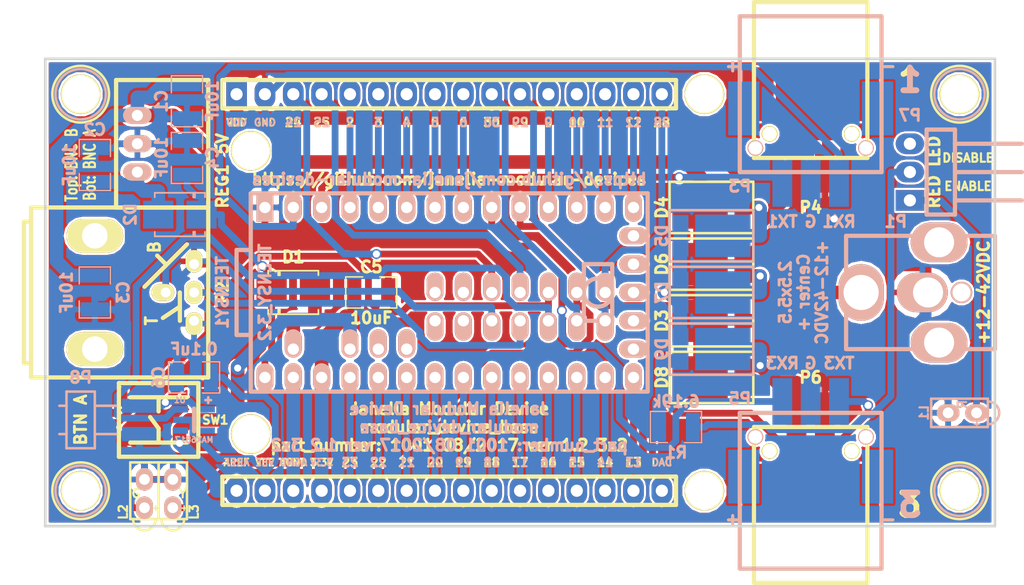
<source format=kicad_pcb>
(kicad_pcb (version 20170123) (host pcbnew no-vcs-found-ef6910f~59~ubuntu16.04.1)
  (title_block (title modular_device_base_3x2) (rev 1.2))
  (layers (0 F.Cu signal) (31 B.Cu signal) (34 B.Paste user) (35 F.Paste user) (36 B.SilkS user) (37 F.SilkS user) (38 B.Mask user) (39 F.Mask user hide) (44 Edge.Cuts user))
  (net 0 "")
  (net 1 VAA)
  (net 2 GND)
  (net 3 /RX1)
  (net 4 /TX1)
  (net 5 /RX3)
  (net 6 /TX3)
  (net 7 +5V)
  (net 8 VCC)
  (net 9 /V_USB)
  (net 10 VDD)
  (net 11 VEE)
  (net 12 /D2)
  (net 13 /D3)
  (net 14 /D4)
  (net 15 /D5)
  (net 16 /D6)
  (net 17 /D9)
  (net 18 /D10)
  (net 19 /D11)
  (net 20 /D12)
  (net 21 /DAC)
  (net 22 /D13)
  (net 23 /D14)
  (net 24 /D15)
  (net 25 /D16)
  (net 26 /D17)
  (net 27 /D18)
  (net 28 /D19)
  (net 29 /D20)
  (net 30 /D21)
  (net 31 /D22)
  (net 32 /D23)
  (net 33 /3V3)
  (net 34 /AGND)
  (net 35 /AREF)
  (net 36 /D24)
  (net 37 /D25)
  (net 38 /D30)
  (net 39 /D29)
  (net 40 /D28)
  (net 41 /BNC_A)
  (net 42 /BNC_B)
  (net 43 VPP)
  (net 44 VSS)
  (net 45 /LED_GRN)
  (net 46 /LED_YEL)
  (net 47 /BTN_A)
  (net 48 /BTN_A_D)
  (net 49 "Net-(L1-Pad1)")
  (net 50 "Net-(P7-Pad2)")
  (net 51 "Net-(U1-Pad3)")
  (net 52 "Net-(U1-Pad4)")
  (module footprints:Header_2_Pin_SMD_RA_UNSHR (layer B.Cu) (at 62.23 111.125 270)
    (fp_text reference P8 (at -3.81 0 180) (layer B.SilkS) (effects (font (size 1.016 1.016) (thickness 0.254)) (justify mirror)))
    (fp_text value HEADER_01X02_SMD_RA_UNSHR hide)
    (pad 2 smd rect (at 1.27 -5.2832 270) (size 1.27 3.175) (layers B.Cu B.Paste B.Mask) (net 2 GND))
    (pad 1 smd rect (at -1.27 -5.2832 270) (size 1.27 3.175) (layers B.Cu B.Paste B.Mask) (net 47 /BTN_A))
  )
  (module footprints:MODULAR_DEVICE_BASE_3X2_FEMALE (layer F.Cu) (at 95.25 99.695)
    (fp_text reference MDB1 hide)
    (fp_text value MODULAR_DEVICE_BASE_3x2_FEMALE hide)
    (fp_text user AREF (at -19.05 15.24) (layer F.SilkS) (effects (font (size 0.635 0.635) (thickness 0.15875))))
    (fp_text user VEE (at -16.51 15.24) (layer F.SilkS) (effects (font (size 0.635 0.635) (thickness 0.15875))))
    (fp_text user AGND (at -13.97 15.24) (layer F.SilkS) (effects (font (size 0.635 0.635) (thickness 0.15875))))
    (fp_text user 3.3V (at -11.43 15.24) (layer F.SilkS) (effects (font (size 0.635 0.635) (thickness 0.15875))))
    (fp_text user 23 (at -8.89 15.24) (layer F.SilkS) (effects (font (size 0.762 0.762) (thickness 0.1905))))
    (fp_text user 22 (at -6.35 15.24) (layer F.SilkS) (effects (font (size 0.762 0.762) (thickness 0.1905))))
    (fp_text user VDD (at -19.05 -15.24) (layer F.SilkS) (effects (font (size 0.635 0.635) (thickness 0.15875))))
    (fp_text user GND (at -16.51 -15.24) (layer F.SilkS) (effects (font (size 0.635 0.635) (thickness 0.15875))))
    (fp_text user DAC (at 19.05 15.24) (layer F.SilkS) (effects (font (size 0.635 0.635) (thickness 0.15875))))
    (fp_text user 21 (at -3.81 15.24) (layer F.SilkS) (effects (font (size 0.762 0.762) (thickness 0.1905))))
    (fp_text user 20 (at -1.27 15.24) (layer F.SilkS) (effects (font (size 0.762 0.762) (thickness 0.1905))))
    (fp_text user 19 (at 1.27 15.24) (layer F.SilkS) (effects (font (size 0.762 0.762) (thickness 0.1905))))
    (fp_text user 18 (at 3.81 15.24) (layer F.SilkS) (effects (font (size 0.762 0.762) (thickness 0.1905))))
    (fp_text user 17 (at 6.35 15.24) (layer F.SilkS) (effects (font (size 0.762 0.762) (thickness 0.1905))))
    (fp_text user 16 (at 8.89 15.24) (layer F.SilkS) (effects (font (size 0.762 0.762) (thickness 0.1905))))
    (fp_text user 15 (at 11.43 15.24) (layer F.SilkS) (effects (font (size 0.762 0.762) (thickness 0.1905))))
    (fp_text user 14 (at 13.97 15.24) (layer F.SilkS) (effects (font (size 0.762 0.762) (thickness 0.1905))))
    (fp_text user 13 (at 16.51 15.24) (layer F.SilkS) (effects (font (size 0.762 0.762) (thickness 0.1905))))
    (fp_text user 24 (at -13.97 -15.24) (layer F.SilkS) (effects (font (size 0.762 0.762) (thickness 0.1905))))
    (fp_text user 25 (at -11.43 -15.24) (layer F.SilkS) (effects (font (size 0.762 0.762) (thickness 0.1905))))
    (fp_text user 2 (at -8.89 -15.24) (layer F.SilkS) (effects (font (size 0.762 0.762) (thickness 0.1905))))
    (fp_text user 3 (at -6.35 -15.24) (layer F.SilkS) (effects (font (size 0.762 0.762) (thickness 0.1905))))
    (fp_text user 4 (at -3.81 -15.24) (layer F.SilkS) (effects (font (size 0.762 0.762) (thickness 0.1905))))
    (fp_text user 5 (at -1.27 -15.24) (layer F.SilkS) (effects (font (size 0.762 0.762) (thickness 0.1905))))
    (fp_text user 6 (at 1.27 -15.24) (layer F.SilkS) (effects (font (size 0.762 0.762) (thickness 0.1905))))
    (fp_text user 30 (at 3.81 -15.24) (layer F.SilkS) (effects (font (size 0.762 0.762) (thickness 0.1905))))
    (fp_text user 29 (at 6.35 -15.24) (layer F.SilkS) (effects (font (size 0.762 0.762) (thickness 0.1905))))
    (fp_text user 9 (at 8.89 -15.24) (layer F.SilkS) (effects (font (size 0.762 0.762) (thickness 0.1905))))
    (fp_text user 10 (at 11.43 -15.24) (layer F.SilkS) (effects (font (size 0.762 0.762) (thickness 0.1905))))
    (fp_text user 11 (at 13.97 -15.24) (layer F.SilkS) (effects (font (size 0.762 0.762) (thickness 0.1905))))
    (fp_text user 12 (at 16.51 -15.24) (layer F.SilkS) (effects (font (size 0.762 0.762) (thickness 0.1905))))
    (fp_text user 28 (at 19.05 -15.24) (layer F.SilkS) (effects (font (size 0.762 0.762) (thickness 0.1905))))
    (fp_text user VDD (at -19.05 -15.24) (layer B.SilkS) (effects (font (size 0.635 0.635) (thickness 0.15875)) (justify mirror)))
    (fp_text user GND (at -16.51 -15.24) (layer B.SilkS) (effects (font (size 0.635 0.635) (thickness 0.15875)) (justify mirror)))
    (fp_text user 24 (at -13.97 -15.24) (layer B.SilkS) (effects (font (size 0.762 0.762) (thickness 0.1905)) (justify mirror)))
    (fp_text user 25 (at -11.43 -15.24) (layer B.SilkS) (effects (font (size 0.762 0.762) (thickness 0.1905)) (justify mirror)))
    (fp_text user 2 (at -8.89 -15.24) (layer B.SilkS) (effects (font (size 0.762 0.762) (thickness 0.1905)) (justify mirror)))
    (fp_text user 3 (at -6.35 -15.24) (layer B.SilkS) (effects (font (size 0.762 0.762) (thickness 0.1905)) (justify mirror)))
    (fp_text user 4 (at -3.81 -15.24) (layer B.SilkS) (effects (font (size 0.762 0.762) (thickness 0.1905)) (justify mirror)))
    (fp_text user 5 (at -1.27 -15.24) (layer B.SilkS) (effects (font (size 0.762 0.762) (thickness 0.1905)) (justify mirror)))
    (fp_text user 6 (at 1.27 -15.24) (layer B.SilkS) (effects (font (size 0.762 0.762) (thickness 0.1905)) (justify mirror)))
    (fp_text user 30 (at 3.81 -15.24) (layer B.SilkS) (effects (font (size 0.762 0.762) (thickness 0.1905)) (justify mirror)))
    (fp_text user 29 (at 6.35 -15.24) (layer B.SilkS) (effects (font (size 0.762 0.762) (thickness 0.1905)) (justify mirror)))
    (fp_text user 9 (at 8.89 -15.24) (layer B.SilkS) (effects (font (size 0.762 0.762) (thickness 0.1905)) (justify mirror)))
    (fp_text user 10 (at 11.43 -15.24) (layer B.SilkS) (effects (font (size 0.762 0.762) (thickness 0.1905)) (justify mirror)))
    (fp_text user 11 (at 13.97 -15.24) (layer B.SilkS) (effects (font (size 0.762 0.762) (thickness 0.1905)) (justify mirror)))
    (fp_text user 12 (at 16.51 -15.24) (layer B.SilkS) (effects (font (size 0.762 0.762) (thickness 0.1905)) (justify mirror)))
    (fp_text user 28 (at 19.05 -15.24) (layer B.SilkS) (effects (font (size 0.762 0.762) (thickness 0.1905)) (justify mirror)))
    (fp_text user AREF (at -19.05 15.24) (layer B.SilkS) (effects (font (size 0.635 0.635) (thickness 0.15875)) (justify mirror)))
    (fp_text user VEE (at -16.51 15.24) (layer B.SilkS) (effects (font (size 0.635 0.635) (thickness 0.15875)) (justify mirror)))
    (fp_text user AGND (at -13.97 15.24) (layer B.SilkS) (effects (font (size 0.635 0.635) (thickness 0.15875)) (justify mirror)))
    (fp_text user 3.3V (at -11.43 15.24) (layer B.SilkS) (effects (font (size 0.635 0.635) (thickness 0.15875)) (justify mirror)))
    (fp_text user 23 (at -8.89 15.24) (layer B.SilkS) (effects (font (size 0.762 0.762) (thickness 0.1905)) (justify mirror)))
    (fp_text user 22 (at -6.35 15.24) (layer B.SilkS) (effects (font (size 0.762 0.762) (thickness 0.1905)) (justify mirror)))
    (fp_text user 21 (at -3.81 15.24) (layer B.SilkS) (effects (font (size 0.762 0.762) (thickness 0.1905)) (justify mirror)))
    (fp_text user 20 (at -1.27 15.24) (layer B.SilkS) (effects (font (size 0.762 0.762) (thickness 0.1905)) (justify mirror)))
    (fp_text user 19 (at 1.27 15.24) (layer B.SilkS) (effects (font (size 0.762 0.762) (thickness 0.1905)) (justify mirror)))
    (fp_text user 18 (at 3.81 15.24) (layer B.SilkS) (effects (font (size 0.762 0.762) (thickness 0.1905)) (justify mirror)))
    (fp_text user 17 (at 6.35 15.24) (layer B.SilkS) (effects (font (size 0.762 0.762) (thickness 0.1905)) (justify mirror)))
    (fp_text user 16 (at 8.89 15.24) (layer B.SilkS) (effects (font (size 0.762 0.762) (thickness 0.1905)) (justify mirror)))
    (fp_text user 15 (at 11.43 15.24) (layer B.SilkS) (effects (font (size 0.762 0.762) (thickness 0.1905)) (justify mirror)))
    (fp_text user 14 (at 13.97 15.24) (layer B.SilkS) (effects (font (size 0.762 0.762) (thickness 0.1905)) (justify mirror)))
    (fp_text user 13 (at 16.51 15.24) (layer B.SilkS) (effects (font (size 0.762 0.762) (thickness 0.1905)) (justify mirror)))
    (fp_text user DAC (at 19.05 15.24) (layer B.SilkS) (effects (font (size 0.635 0.635) (thickness 0.15875)) (justify mirror)))
    (pad "" thru_hole circle (at 22.86 -17.78) (size 3.556 3.556) (drill 3.302) (layers *.Cu *.Mask F.SilkS))
    (pad "" thru_hole circle (at 22.86 17.78) (size 3.556 3.556) (drill 3.302) (layers *.Cu *.Mask F.SilkS))
    (pad "" thru_hole circle (at -17.78 12.7) (size 3.556 3.556) (drill 3.302) (layers *.Cu *.Mask F.SilkS))
    (pad "" thru_hole circle (at -17.78 -12.7) (size 3.556 3.556) (drill 3.302) (layers *.Cu *.Mask F.SilkS))
    (pad AREF thru_hole oval (at -19.05 17.78) (size 1.8542 2.54) (drill 1.0922) (layers *.Cu *.Mask) (net 35 /AREF))
    (pad VEE thru_hole oval (at -16.51 17.78) (size 1.8542 2.54) (drill 1.0922) (layers *.Cu *.Mask) (net 11 VEE))
    (pad AGND thru_hole oval (at -13.97 17.78) (size 1.8542 2.54) (drill 1.0922) (layers *.Cu *.Mask) (net 34 /AGND))
    (pad 3V3 thru_hole oval (at -11.43 17.78) (size 1.8542 2.54) (drill 1.0922) (layers *.Cu *.Mask) (net 33 /3V3))
    (pad 23 thru_hole oval (at -8.89 17.78) (size 1.8542 2.54) (drill 1.0922) (layers *.Cu *.Mask) (net 32 /D23))
    (pad 22 thru_hole oval (at -6.35 17.78) (size 1.8542 2.54) (drill 1.0922) (layers *.Cu *.Mask) (net 31 /D22))
    (pad 21 thru_hole oval (at -3.81 17.78) (size 1.8542 2.54) (drill 1.0922) (layers *.Cu *.Mask) (net 30 /D21))
    (pad 20 thru_hole oval (at -1.27 17.78) (size 1.8542 2.54) (drill 1.0922) (layers *.Cu *.Mask) (net 29 /D20))
    (pad 19 thru_hole oval (at 1.27 17.78) (size 1.8542 2.54) (drill 1.0922) (layers *.Cu *.Mask) (net 28 /D19))
    (pad 18 thru_hole oval (at 3.81 17.78) (size 1.8542 2.54) (drill 1.0922) (layers *.Cu *.Mask) (net 27 /D18))
    (pad 17 thru_hole oval (at 6.35 17.78) (size 1.8542 2.54) (drill 1.0922) (layers *.Cu *.Mask) (net 26 /D17))
    (pad 16 thru_hole oval (at 8.89 17.78) (size 1.8542 2.54) (drill 1.0922) (layers *.Cu *.Mask) (net 25 /D16))
    (pad 15 thru_hole oval (at 11.43 17.78) (size 1.8542 2.54) (drill 1.0922) (layers *.Cu *.Mask) (net 24 /D15))
    (pad 14 thru_hole oval (at 13.97 17.78) (size 1.8542 2.54) (drill 1.0922) (layers *.Cu *.Mask) (net 23 /D14))
    (pad 13 thru_hole oval (at 16.51 17.78) (size 1.8542 2.54) (drill 1.0922) (layers *.Cu *.Mask) (net 22 /D13))
    (pad DAC thru_hole oval (at 19.05 17.78) (size 1.8542 2.54) (drill 1.0922) (layers *.Cu *.Mask) (net 21 /DAC))
    (pad 28 thru_hole oval (at 19.05 -17.78) (size 1.8542 2.54) (drill 1.0922) (layers *.Cu *.Mask) (net 40 /D28))
    (pad 12 thru_hole oval (at 16.51 -17.78) (size 1.8542 2.54) (drill 1.0922) (layers *.Cu *.Mask) (net 20 /D12))
    (pad 11 thru_hole oval (at 13.97 -17.78) (size 1.8542 2.54) (drill 1.0922) (layers *.Cu *.Mask) (net 19 /D11))
    (pad 10 thru_hole oval (at 11.43 -17.78) (size 1.8542 2.54) (drill 1.0922) (layers *.Cu *.Mask) (net 18 /D10))
    (pad 9 thru_hole oval (at 8.89 -17.78) (size 1.8542 2.54) (drill 1.0922) (layers *.Cu *.Mask) (net 17 /D9))
    (pad 29 thru_hole oval (at 6.35 -17.78) (size 1.8542 2.54) (drill 1.0922) (layers *.Cu *.Mask) (net 39 /D29))
    (pad 30 thru_hole oval (at 3.81 -17.78) (size 1.8542 2.54) (drill 1.0922) (layers *.Cu *.Mask) (net 38 /D30))
    (pad 6 thru_hole oval (at 1.27 -17.78) (size 1.8542 2.54) (drill 1.0922) (layers *.Cu *.Mask) (net 16 /D6))
    (pad 5 thru_hole oval (at -1.27 -17.78) (size 1.8542 2.54) (drill 1.0922) (layers *.Cu *.Mask) (net 15 /D5))
    (pad 4 thru_hole oval (at -3.81 -17.78) (size 1.8542 2.54) (drill 1.0922) (layers *.Cu *.Mask) (net 14 /D4))
    (pad 3 thru_hole oval (at -6.35 -17.78) (size 1.8542 2.54) (drill 1.0922) (layers *.Cu *.Mask) (net 13 /D3))
    (pad 2 thru_hole oval (at -8.89 -17.78) (size 1.8542 2.54) (drill 1.0922) (layers *.Cu *.Mask) (net 12 /D2))
    (pad 25 thru_hole oval (at -11.43 -17.78) (size 1.8542 2.54) (drill 1.0922) (layers *.Cu *.Mask) (net 37 /D25))
    (pad VDD thru_hole rect (at -19.05 -17.78) (size 1.8542 2.54) (drill 1.0922) (layers *.Cu *.Mask) (net 10 VDD))
    (pad 24 thru_hole oval (at -13.97 -17.78) (size 1.8542 2.54) (drill 1.0922) (layers *.Cu *.Mask) (net 36 /D24))
    (pad GND thru_hole oval (at -16.51 -17.78) (size 1.8542 2.54) (drill 1.0922) (layers *.Cu *.Mask) (net 2 GND))
  )
  (module footprints:LED_555-2XXX (layer B.Cu) (at 140.97 110.49 90)
    (fp_text reference L1 (at 0 -3.175 90) (layer B.SilkS) (effects (font (size 0.762 0.762) (thickness 0.1905)) (justify mirror)))
    (fp_text value LED_5V_RED_RA)
    (fp_text user + (at -1.016 1.524 90) (layer B.SilkS) (effects (font (size 0.508 0.508) (thickness 0.127)) (justify mirror)))
    (pad 2 thru_hole oval (at 0 -1.016 90) (size 1.524 2.032) (drill 0.9652) (layers *.Cu *.SilkS *.Mask) (net 2 GND) (clearance 0.0508))
    (pad 1 thru_hole oval (at 0 1.524 90) (size 1.524 2.032) (drill 0.9652) (layers *.Cu *.SilkS *.Mask) (net 49 "Net-(L1-Pad1)") (clearance 0.0508))
  )
  (module footprints:LED_555-2XXX (layer F.Cu) (at 67.945 117.475 180)
    (fp_text reference L2 (at 1.905 -1.905 270) (layer F.SilkS) (effects (font (size 0.762 0.762) (thickness 0.1905))))
    (fp_text value LED_5V_GRN_RA)
    (fp_text user + (at -1.016 -1.524 180) (layer F.SilkS) (effects (font (size 0.508 0.508) (thickness 0.127))))
    (pad 2 thru_hole oval (at 0 1.016 180) (size 1.524 2.032) (drill 0.9652) (layers *.Cu *.SilkS *.Mask) (net 2 GND) (clearance 0.0508))
    (pad 1 thru_hole oval (at 0 -1.524 180) (size 1.524 2.032) (drill 0.9652) (layers *.Cu *.SilkS *.Mask) (net 45 /LED_GRN) (clearance 0.0508))
  )
  (module footprints:LED_555-2XXX (layer F.Cu) (at 70.485 117.475 180)
    (fp_text reference L3 (at -1.905 -1.905 270) (layer F.SilkS) (effects (font (size 0.762 0.762) (thickness 0.1905))))
    (fp_text value LED_5V_YEL_RA)
    (fp_text user + (at -1.016 -1.524 180) (layer F.SilkS) (effects (font (size 0.508 0.508) (thickness 0.127))))
    (pad 2 thru_hole oval (at 0 1.016 180) (size 1.524 2.032) (drill 0.9652) (layers *.Cu *.SilkS *.Mask) (net 2 GND) (clearance 0.0508))
    (pad 1 thru_hole oval (at 0 -1.524 180) (size 1.524 2.032) (drill 0.9652) (layers *.Cu *.SilkS *.Mask) (net 46 /LED_YEL) (clearance 0.0508))
  )
  (module footprints:Header_3_Pin_RA (layer B.Cu) (at 136.525 88.9 270)
    (fp_text reference P7 (at -5.08 0 180) (layer B.SilkS) (effects (font (size 1.016 1.016) (thickness 0.254)) (justify mirror)))
    (fp_text value HEADER_01X03_RA hide)
    (pad 1 thru_hole rect (at 2.54 0 270) (size 1.8542 2.54) (drill 1.0922) (layers *.Cu *.Mask) (net 49 "Net-(L1-Pad1)") (clearance 0.1016))
    (pad 3 thru_hole oval (at -2.54 0 270) (size 1.8542 2.54) (drill 1.0922) (layers *.Cu *.Mask) (clearance 0.1016))
    (pad 2 thru_hole oval (at 0 0 270) (size 1.8542 2.54) (drill 1.0922) (layers *.Cu *.Mask) (net 50 "Net-(P7-Pad2)") (clearance 0.1016))
  )
  (module modular_device_base_3x2:CFP15 (layer F.Cu) (at 118.745 92.075 270)
    (fp_text reference D4 (at 0 4.445 90) (layer F.SilkS) (effects (font (size 1.016 1.016) (thickness 0.254))))
    (fp_text value diode_schottky_45V_10A hide)
    (pad 2 smd rect (at 1.065 -2.78 270) (size 1.6 1.44) (layers F.Cu F.Paste F.Mask) (net 10 VDD) (clearance 0.1))
    (pad 2 smd rect (at -1.065 -2.78 270) (size 1.6 1.44) (layers F.Cu F.Paste F.Mask) (net 10 VDD) (clearance 0.1))
    (pad 1 smd rect (at 0 1.02 270) (size 3.8 4.96) (layers F.Cu F.Paste F.Mask) (net 43 VPP) (clearance 0.1))
  )
  (module modular_device_base_3x2:CFP15 (layer F.Cu) (at 118.745 102.235 270)
    (fp_text reference D3 (at 0 4.445 270) (layer F.SilkS) (effects (font (size 1.016 1.016) (thickness 0.254))))
    (fp_text value diode_schottky_45V_10A hide)
    (pad 2 smd rect (at 1.065 -2.78 270) (size 1.6 1.44) (layers F.Cu F.Paste F.Mask) (net 1 VAA) (clearance 0.1))
    (pad 2 smd rect (at -1.065 -2.78 270) (size 1.6 1.44) (layers F.Cu F.Paste F.Mask) (net 1 VAA) (clearance 0.1))
    (pad 1 smd rect (at 0 1.02 270) (size 3.8 4.96) (layers F.Cu F.Paste F.Mask) (net 43 VPP) (clearance 0.1))
  )
  (module modular_device_base_3x2:DO-214BA (layer B.Cu) (at 71.12 92.71 180)
    (fp_text reference D2 (at 4.445 0 90) (layer B.SilkS) (effects (font (size 1.016 1.016) (thickness 0.254)) (justify mirror)))
    (fp_text value diode_schottky_15V_1A hide)
    (pad 1 smd rect (at -1.94 0 180) (size 2.71 2.5) (layers B.Cu B.Paste B.Mask) (net 11 VEE))
    (pad 2 smd rect (at 1.94 0 180) (size 2.71 2.5) (layers B.Cu B.Paste B.Mask) (net 7 +5V))
  )
  (module modular_device_base_3x2:SM1210 (layer B.Cu) (at 71.755 82.55 270)
    (fp_text reference C1 (at 0 2.286 270) (layer B.SilkS) (effects (font (size 1.016 1.016) (thickness 0.254)) (justify mirror)))
    (fp_text value 10uF (at 0 -2.286 270) (layer B.SilkS) (effects (font (size 1.016 1.016) (thickness 0.254)) (justify mirror)))
    (pad 1 smd rect (at -1.524 0 270) (size 1.27 2.54) (layers B.Cu B.Paste B.Mask) (net 43 VPP))
    (pad 2 smd rect (at 1.524 0 270) (size 1.27 2.54) (layers B.Cu B.Paste B.Mask) (net 2 GND))
  )
  (module modular_device_base_3x2:SM1210 (layer B.Cu) (at 63.5 88.265 90)
    (fp_text reference C2 (at 3.175 0 180) (layer B.SilkS) (effects (font (size 1.016 1.016) (thickness 0.254)) (justify mirror)))
    (fp_text value 10uF (at 0 -2.286 90) (layer B.SilkS) (effects (font (size 1.016 1.016) (thickness 0.254)) (justify mirror)))
    (pad 1 smd rect (at -1.524 0 90) (size 1.27 2.54) (layers B.Cu B.Paste B.Mask) (net 7 +5V))
    (pad 2 smd rect (at 1.524 0 90) (size 1.27 2.54) (layers B.Cu B.Paste B.Mask) (net 2 GND))
  )
  (module modular_device_base_3x2:DC_DC_CONV_R78C (layer F.Cu) (at 67.31 86.36 270)
    (fp_text reference REG1 (at 3.81 -7.62 270) (layer F.SilkS) (effects (font (size 1.016 1.016) (thickness 0.254))))
    (fp_text value CONV_DC_DC_5V_1A hide)
    (pad 2 thru_hole oval (at 0 0 270) (size 1.524 2.54) (drill 0.9906) (layers *.Cu *.SilkS *.Mask) (net 2 GND))
    (pad 3 thru_hole oval (at 2.54 0 270) (size 1.524 2.54) (drill 0.9906) (layers *.Cu *.SilkS *.Mask) (net 7 +5V))
    (pad 1 thru_hole oval (at -2.54 0 270) (size 1.524 2.54) (drill 0.9906) (layers *.Cu *.SilkS *.Mask) (net 43 VPP))
  )
  (module modular_device_base_3x2:KT_SWITCH (layer F.Cu) (at 69.215 111.125)
    (fp_text reference SW1 (at 5.08 0) (layer F.SilkS) (effects (font (size 0.762 0.762) (thickness 0.1905))))
    (fp_text value KT_SWITCH hide)
    (fp_text user "BTN A" (at -6.985 0 270) (layer F.SilkS) (effects (font (size 1.016 1.016) (thickness 0.254))))
    (pad 2 smd rect (at 4.1275 -1.99898) (size 2.667 1.59004) (layers F.Cu F.Paste F.Mask) (net 47 /BTN_A))
    (pad 1 smd rect (at -4.1275 -1.99898) (size 2.667 1.59004) (layers F.Cu F.Paste F.Mask))
    (pad 4 smd rect (at 4.1275 1.99898) (size 2.667 1.59004) (layers F.Cu F.Paste F.Mask))
    (pad 3 smd rect (at -4.1275 1.99898) (size 2.667 1.59004) (layers F.Cu F.Paste F.Mask) (net 2 GND))
  )
  (module modular_device_base_3x2:Header_2_Pin_SMD_RA (layer F.Cu) (at 127.635 117.475 180)
    (fp_text reference P6 (at 0 10.16) (layer F.SilkS) (effects (font (size 1.016 1.016) (thickness 0.254))))
    (fp_text value HEADER_01X02_SMD_RA hide)
    (pad 1 smd rect (at -1.27 6.731 180) (size 1.778 4.191) (layers F.Cu F.Paste F.Mask) (net 2 GND))
    (pad 2 smd rect (at 1.27 6.731 180) (size 1.778 4.191) (layers F.Cu F.Paste F.Mask) (net 44 VSS))
    (pad "" thru_hole circle (at -3.683 3.556 180) (size 1.397 1.397) (drill 1.1938) (layers *.Cu *.Mask F.SilkS) (clearance 0.1016))
    (pad "" thru_hole circle (at 3.683 3.556 180) (size 1.397 1.397) (drill 1.1938) (layers *.Cu *.Mask F.SilkS) (clearance 0.1016))
    (pad "" smd rect (at -4.7244 0 180) (size 2.794 4.826) (layers F.Cu F.Paste F.Mask) (clearance 0.1016))
    (pad "" smd rect (at 4.7244 0 180) (size 2.794 4.826) (layers F.Cu F.Paste F.Mask) (clearance 0.1016))
  )
  (module modular_device_base_3x2:SM1210 (layer B.Cu) (at 63.5 99.695 270)
    (fp_text reference C3 (at 0 -2.54 270) (layer B.SilkS) (effects (font (size 1.016 1.016) (thickness 0.254)) (justify mirror)))
    (fp_text value 10uF (at 0 2.54 270) (layer B.SilkS) (effects (font (size 1.016 1.016) (thickness 0.254)) (justify mirror)))
    (pad 1 smd rect (at -1.524 0 270) (size 1.27 2.54) (layers B.Cu B.Paste B.Mask) (net 43 VPP))
    (pad 2 smd rect (at 1.524 0 270) (size 1.27 2.54) (layers B.Cu B.Paste B.Mask) (net 2 GND))
  )
  (module modular_device_base_3x2:SM1210 (layer B.Cu) (at 71.755 87.63 90)
    (fp_text reference C4 (at 0 2.286 90) (layer B.SilkS) (effects (font (size 1.016 1.016) (thickness 0.254)) (justify mirror)))
    (fp_text value 10uF (at 0 -2.286 90) (layer B.SilkS) (effects (font (size 1.016 1.016) (thickness 0.254)) (justify mirror)))
    (pad 1 smd rect (at -1.524 0 90) (size 1.27 2.54) (layers B.Cu B.Paste B.Mask) (net 11 VEE))
    (pad 2 smd rect (at 1.524 0 90) (size 1.27 2.54) (layers B.Cu B.Paste B.Mask) (net 2 GND))
  )
  (module modular_device_base_3x2:SM1210 (layer F.Cu) (at 88.265 99.695)
    (fp_text reference C5 (at 0 -2.286) (layer F.SilkS) (effects (font (size 1.016 1.016) (thickness 0.254))))
    (fp_text value 10uF (at 0 2.286) (layer F.SilkS) (effects (font (size 1.016 1.016) (thickness 0.254))))
    (pad 1 smd rect (at -1.524 0) (size 1.27 2.54) (layers F.Cu F.Paste F.Mask) (net 33 /3V3))
    (pad 2 smd rect (at 1.524 0) (size 1.27 2.54) (layers F.Cu F.Paste F.Mask) (net 2 GND))
  )
  (module modular_device_base_3x2:DO-214BA (layer F.Cu) (at 81.28 99.695)
    (fp_text reference D1 (at 0 -3.175 180) (layer F.SilkS) (effects (font (size 1.016 1.016) (thickness 0.254))))
    (fp_text value diode_schottky_15V_1A hide)
    (pad 2 smd rect (at 1.94 0) (size 2.71 2.5) (layers F.Cu F.Paste F.Mask) (net 9 /V_USB))
    (pad 1 smd rect (at -1.94 0) (size 2.71 2.5) (layers F.Cu F.Paste F.Mask) (net 11 VEE))
  )
  (module modular_device_base_3x2:MOUNTING_HOLE_4-40 (layer F.Cu) (at 62.23 81.915)
    (fp_text reference MH1 hide)
    (fp_text value MNT_HOLE hide)
    (pad 1 thru_hole circle (at 0 0) (size 3.556 3.556) (drill 3.302) (layers *.Cu *.Mask F.SilkS))
  )
  (module modular_device_base_3x2:MOUNTING_HOLE_4-40 (layer F.Cu) (at 62.23 117.475)
    (fp_text reference MH2 hide)
    (fp_text value MNT_HOLE hide)
    (pad 1 thru_hole circle (at 0 0) (size 3.556 3.556) (drill 3.302) (layers *.Cu *.Mask F.SilkS))
  )
  (module modular_device_base_3x2:MOUNTING_HOLE_4-40 (layer F.Cu) (at 140.97 81.915)
    (fp_text reference MH3 hide)
    (fp_text value MNT_HOLE hide)
    (pad 1 thru_hole circle (at 0 0) (size 3.556 3.556) (drill 3.302) (layers *.Cu *.Mask F.SilkS))
  )
  (module footprints:TEENSY_3.2 (layer B.Cu) (at 95.25 99.695 270)
    (fp_text reference TEENSY1 (at 0 20.32 270) (layer B.SilkS) (effects (font (size 1.016 1.016) (thickness 0.254)) (justify mirror)))
    (fp_text value TEENSY_3.2 (at 0 16.5 270) (layer B.SilkS) (effects (font (size 1.016 1.016) (thickness 0.254)) (justify mirror)))
    (pad GND thru_hole rect (at -7.62 16.51 270) (size 2.54 1.524) (drill 1.016) (layers *.Cu *.Mask B.SilkS) (net 2 GND))
    (pad 0 thru_hole oval (at -7.62 13.97 270) (size 2.54 1.524) (drill 1.016) (layers *.Cu *.Mask B.SilkS) (net 3 /RX1))
    (pad 1 thru_hole oval (at -7.62 11.43 270) (size 2.54 1.524) (drill 1.016) (layers *.Cu *.Mask B.SilkS) (net 4 /TX1))
    (pad 2 thru_hole oval (at -7.62 8.89 270) (size 2.54 1.524) (drill 1.016) (layers *.Cu *.Mask B.SilkS) (net 12 /D2))
    (pad 3 thru_hole oval (at -7.62 6.35 270) (size 2.54 1.524) (drill 1.016) (layers *.Cu *.Mask B.SilkS) (net 13 /D3))
    (pad 4 thru_hole oval (at -7.62 3.81 270) (size 2.54 1.524) (drill 1.016) (layers *.Cu *.Mask B.SilkS) (net 14 /D4))
    (pad 5 thru_hole oval (at -7.62 1.27 270) (size 2.54 1.524) (drill 1.016) (layers *.Cu *.Mask B.SilkS) (net 15 /D5))
    (pad 6 thru_hole oval (at -7.62 -1.27 270) (size 2.54 1.524) (drill 1.016) (layers *.Cu *.Mask B.SilkS) (net 16 /D6))
    (pad 7 thru_hole oval (at -7.62 -3.81 270) (size 2.54 1.524) (drill 1.016) (layers *.Cu *.Mask B.SilkS) (net 5 /RX3))
    (pad 8 thru_hole oval (at -7.62 -6.35 270) (size 2.54 1.524) (drill 1.016) (layers *.Cu *.Mask B.SilkS) (net 6 /TX3))
    (pad 9 thru_hole oval (at -7.62 -8.89 270) (size 2.54 1.524) (drill 1.016) (layers *.Cu *.Mask B.SilkS) (net 17 /D9))
    (pad 10 thru_hole oval (at -7.62 -11.43 270) (size 2.54 1.524) (drill 1.016) (layers *.Cu *.Mask B.SilkS) (net 18 /D10))
    (pad 11 thru_hole oval (at -7.62 -13.97 270) (size 2.54 1.524) (drill 1.016) (layers *.Cu *.Mask B.SilkS) (net 19 /D11))
    (pad 12 thru_hole oval (at -7.62 -16.51 270) (size 2.54 1.524) (drill 1.016) (layers *.Cu *.Mask B.SilkS) (net 20 /D12))
    (pad 13 thru_hole oval (at 7.62 -16.51 270) (size 2.54 1.524) (drill 1.016) (layers *.Cu *.Mask B.SilkS) (net 22 /D13))
    (pad 14 thru_hole oval (at 7.62 -13.97 270) (size 2.54 1.524) (drill 1.016) (layers *.Cu *.Mask B.SilkS) (net 23 /D14))
    (pad 15 thru_hole oval (at 7.62 -11.43 270) (size 2.54 1.524) (drill 1.016) (layers *.Cu *.Mask B.SilkS) (net 24 /D15))
    (pad 16 thru_hole oval (at 7.62 -8.89 270) (size 2.54 1.524) (drill 1.016) (layers *.Cu *.Mask B.SilkS) (net 25 /D16))
    (pad 17 thru_hole oval (at 7.62 -6.35 270) (size 2.54 1.524) (drill 1.016) (layers *.Cu *.Mask B.SilkS) (net 26 /D17))
    (pad 18 thru_hole oval (at 7.62 -3.81 270) (size 2.54 1.524) (drill 1.016) (layers *.Cu *.Mask B.SilkS) (net 27 /D18))
    (pad 19 thru_hole oval (at 7.62 -1.27 270) (size 2.54 1.524) (drill 1.016) (layers *.Cu *.Mask B.SilkS) (net 28 /D19))
    (pad 20 thru_hole oval (at 7.62 1.27 270) (size 2.54 1.524) (drill 1.016) (layers *.Cu *.Mask B.SilkS) (net 29 /D20))
    (pad 21 thru_hole oval (at 7.62 3.81 270) (size 2.54 1.524) (drill 1.016) (layers *.Cu *.Mask B.SilkS) (net 30 /D21))
    (pad 22 thru_hole oval (at 7.62 6.35 270) (size 2.54 1.524) (drill 1.016) (layers *.Cu *.Mask B.SilkS) (net 31 /D22))
    (pad 23 thru_hole oval (at 7.62 8.89 270) (size 2.54 1.524) (drill 1.016) (layers *.Cu *.Mask B.SilkS) (net 32 /D23))
    (pad 3V3 thru_hole oval (at 7.62 11.43 270) (size 2.54 1.524) (drill 1.016) (layers *.Cu *.Mask B.SilkS) (net 33 /3V3))
    (pad AGND thru_hole oval (at 7.62 13.97 270) (size 2.54 1.524) (drill 1.016) (layers *.Cu *.Mask B.SilkS) (net 34 /AGND))
    (pad V_IN thru_hole oval (at 7.62 16.51 270) (size 2.54 1.524) (drill 1.016) (layers *.Cu *.Mask B.SilkS) (net 11 VEE))
    (pad DAC thru_hole oval (at 5.08 -16.51 270) (size 1.524 2.54) (drill 1.016) (layers *.Cu *.Mask B.SilkS) (net 21 /DAC))
    (pad PROG thru_hole oval (at 2.54 -16.51 270) (size 1.524 2.54) (drill 1.016) (layers *.Cu *.Mask B.SilkS))
    (pad "" thru_hole oval (at 0 -16.51 270) (size 1.524 2.54) (drill 1.016) (layers *.Cu *.Mask B.SilkS))
    (pad "" thru_hole oval (at -2.54 -16.51 270) (size 1.524 2.54) (drill 1.016) (layers *.Cu *.Mask B.SilkS))
    (pad "" thru_hole oval (at -5.08 -16.51 270) (size 1.524 2.54) (drill 1.016) (layers *.Cu *.Mask B.SilkS))
    (pad V_U thru_hole oval (at 5.08 13.97 270) (size 2.54 1.524) (drill 1.016 (offset -0.508 0)) (layers *.Cu *.Mask B.SilkS) (net 9 /V_USB))
    (pad AREF thru_hole oval (at 5.08 8.89 270) (size 2.54 1.524) (drill 1.016 (offset -0.508 0)) (layers *.Cu *.Mask B.SilkS) (net 35 /AREF))
    (pad A10 thru_hole oval (at 5.08 6.35 270) (size 2.54 1.524) (drill 1.016 (offset -0.508 0)) (layers *.Cu *.Mask B.SilkS))
    (pad A11 thru_hole oval (at 5.08 3.81 270) (size 2.54 1.524) (drill 1.016 (offset -0.508 0)) (layers *.Cu *.Mask B.SilkS))
    (pad A13 thru_hole oval (at 2.54 1.27 270) (size 2.54 1.524) (drill 1.016 (offset 0.508 0)) (layers *.Cu *.Mask B.SilkS))
    (pad A12 thru_hole oval (at 0 1.27 270) (size 2.54 1.524) (drill 1.016 (offset -0.508 0)) (layers *.Cu *.Mask B.SilkS))
    (pad "" thru_hole oval (at 2.54 -1.27 270) (size 2.54 1.524) (drill 1.016 (offset 0.508 0)) (layers *.Cu *.Mask B.SilkS))
    (pad "" thru_hole oval (at 0 -1.27 270) (size 2.54 1.524) (drill 1.016 (offset -0.508 0)) (layers *.Cu *.Mask B.SilkS))
    (pad 24 thru_hole oval (at 0 -3.81 270) (size 2.54 1.524) (drill 1.016 (offset -0.508 0)) (layers *.Cu *.Mask B.SilkS) (net 36 /D24))
    (pad 25 thru_hole oval (at 0 -6.35 270) (size 2.54 1.524) (drill 1.016 (offset -0.508 0)) (layers *.Cu *.Mask B.SilkS) (net 37 /D25))
    (pad 26 thru_hole oval (at 0 -8.89 270) (size 2.54 1.524) (drill 1.016 (offset -0.508 0)) (layers *.Cu *.Mask B.SilkS) (net 45 /LED_GRN))
    (pad 27 thru_hole oval (at 0 -11.43 270) (size 2.54 1.524) (drill 1.016 (offset -0.508 0)) (layers *.Cu *.Mask B.SilkS) (net 46 /LED_YEL))
    (pad 28 thru_hole oval (at 0 -13.97 270) (size 2.54 1.524) (drill 1.016 (offset -0.508 0)) (layers *.Cu *.Mask B.SilkS) (net 40 /D28))
    (pad 33 thru_hole oval (at 2.54 -3.81 270) (size 2.54 1.524) (drill 1.016 (offset 0.508 0)) (layers *.Cu *.Mask B.SilkS) (net 41 /BNC_A))
    (pad 32 thru_hole oval (at 2.54 -6.35 270) (size 2.54 1.524) (drill 1.016 (offset 0.508 0)) (layers *.Cu *.Mask B.SilkS) (net 42 /BNC_B))
    (pad 31 thru_hole oval (at 2.54 -8.89 270) (size 2.54 1.524) (drill 1.016 (offset 0.508 0)) (layers *.Cu *.Mask B.SilkS) (net 48 /BTN_A_D))
    (pad 30 thru_hole oval (at 2.54 -11.43 270) (size 2.54 1.524) (drill 1.016 (offset 0.508 0)) (layers *.Cu *.Mask B.SilkS) (net 38 /D30))
    (pad 29 thru_hole oval (at 2.54 -13.97 270) (size 2.54 1.524) (drill 1.016 (offset 0.508 0)) (layers *.Cu *.Mask B.SilkS) (net 39 /D29))
  )
  (module modular_device_base_3x2:BNC_DOUBLE (layer F.Cu) (at 63.5 99.695 90)
    (fp_text reference P2 (at 0 11.43 90) (layer F.SilkS) (effects (font (size 1.016 1.016) (thickness 0.254))))
    (fp_text value BNC_DOUBLE_RA hide)
    (fp_text user B (at 4.064 5.334 90) (layer F.SilkS) (effects (font (size 1.016 1.016) (thickness 0.254))))
    (fp_text user T (at -2.54 5.08 90) (layer F.SilkS) (effects (font (size 1.016 1.016) (thickness 0.254))))
    (pad "" thru_hole oval (at -5.08 0 90) (size 3.048 5.08) (drill 2.286) (layers *.Cu *.Mask F.SilkS))
    (pad "" thru_hole oval (at 5.08 0 90) (size 3.048 5.08) (drill 2.286) (layers *.Cu *.Mask F.SilkS))
    (pad 1 thru_hole oval (at 0 6.35 90) (size 1.524 2.032) (drill 0.889 (offset 0 -0.254)) (layers *.Cu *.Mask F.SilkS) (net 41 /BNC_A))
    (pad 3 thru_hole oval (at 0 8.89 90) (size 2.032 1.524) (drill 0.889) (layers *.Cu *.Mask F.SilkS) (net 42 /BNC_B))
    (pad 2 thru_hole oval (at 2.54 8.89 90) (size 2.032 1.524) (drill 0.889 (offset 0.254 0)) (layers *.Cu *.Mask F.SilkS) (net 2 GND))
    (pad 4 thru_hole oval (at -2.54 8.89 90) (size 2.032 1.524) (drill 0.889 (offset -0.254 0)) (layers *.Cu *.Mask F.SilkS) (net 2 GND))
  )
  (module modular_device_base_3x2:Header_3_Pin_SMD_RA (layer B.Cu) (at 127.635 83.185 180)
    (fp_text reference P3 (at 6.35 -6.985 180) (layer B.SilkS) (effects (font (size 1.016 1.016) (thickness 0.254)) (justify mirror)))
    (fp_text value HEADER_01X03_SMD_RA hide)
    (pad "" smd rect (at 5.9944 0 180) (size 2.794 4.826) (layers B.Cu B.Paste B.Mask) (clearance 0.1016))
    (pad "" smd rect (at -5.9944 0 180) (size 2.794 4.826) (layers B.Cu B.Paste B.Mask) (clearance 0.1016))
    (pad "" thru_hole circle (at 4.953 -3.556 180) (size 1.397 1.397) (drill 1.1938) (layers *.Cu *.Mask B.SilkS) (clearance 0.1016))
    (pad "" thru_hole circle (at -4.953 -3.556 180) (size 1.397 1.397) (drill 1.1938) (layers *.Cu *.Mask B.SilkS) (clearance 0.1016))
    (pad 3 smd rect (at 2.54 -6.731 180) (size 1.778 4.191) (layers B.Cu B.Paste B.Mask) (net 4 /TX1))
    (pad 2 smd rect (at 0 -6.731 180) (size 1.778 4.191) (layers B.Cu B.Paste B.Mask) (net 2 GND))
    (pad 1 smd rect (at -2.54 -6.731 180) (size 1.778 4.191) (layers B.Cu B.Paste B.Mask) (net 3 /RX1))
  )
  (module modular_device_base_3x2:Header_2_Pin_SMD_RA (layer F.Cu) (at 127.635 81.915)
    (fp_text reference P4 (at 0 10.16 180) (layer F.SilkS) (effects (font (size 1.016 1.016) (thickness 0.254))))
    (fp_text value HEADER_01X02_SMD_RA hide)
    (pad 1 smd rect (at -1.27 6.731) (size 1.778 4.191) (layers F.Cu F.Paste F.Mask) (net 8 VCC))
    (pad 2 smd rect (at 1.27 6.731) (size 1.778 4.191) (layers F.Cu F.Paste F.Mask) (net 2 GND))
    (pad "" thru_hole circle (at -3.683 3.556) (size 1.397 1.397) (drill 1.1938) (layers *.Cu *.Mask F.SilkS) (clearance 0.1016))
    (pad "" thru_hole circle (at 3.683 3.556) (size 1.397 1.397) (drill 1.1938) (layers *.Cu *.Mask F.SilkS) (clearance 0.1016))
    (pad "" smd rect (at -4.7244 0) (size 2.794 4.826) (layers F.Cu F.Paste F.Mask) (clearance 0.1016))
    (pad "" smd rect (at 4.7244 0) (size 2.794 4.826) (layers F.Cu F.Paste F.Mask) (clearance 0.1016))
  )
  (module modular_device_base_3x2:Header_3_Pin_SMD_RA (layer B.Cu) (at 127.635 116.205)
    (fp_text reference P5 (at -6.35 -6.985) (layer B.SilkS) (effects (font (size 1.016 1.016) (thickness 0.254)) (justify mirror)))
    (fp_text value HEADER_01X03_SMD_RA hide)
    (pad 1 smd rect (at -2.54 -6.731) (size 1.778 4.191) (layers B.Cu B.Paste B.Mask) (net 5 /RX3))
    (pad 2 smd rect (at 0 -6.731) (size 1.778 4.191) (layers B.Cu B.Paste B.Mask) (net 2 GND))
    (pad 3 smd rect (at 2.54 -6.731) (size 1.778 4.191) (layers B.Cu B.Paste B.Mask) (net 6 /TX3))
    (pad "" thru_hole circle (at -4.953 -3.556) (size 1.397 1.397) (drill 1.1938) (layers *.Cu *.Mask B.SilkS) (clearance 0.1016))
    (pad "" thru_hole circle (at 4.953 -3.556) (size 1.397 1.397) (drill 1.1938) (layers *.Cu *.Mask B.SilkS) (clearance 0.1016))
    (pad "" smd rect (at -5.9944 0) (size 2.794 4.826) (layers B.Cu B.Paste B.Mask) (clearance 0.1016))
    (pad "" smd rect (at 5.9944 0) (size 2.794 4.826) (layers B.Cu B.Paste B.Mask) (clearance 0.1016))
  )
  (module footprints:DCJACK_2PIN_HIGHCURRENT (layer B.Cu) (at 144.145 99.695 90)
    (fp_text reference P1 (at 6.35 -8.89) (layer B.SilkS) (effects (font (size 1.016 1.016) (thickness 0.254)) (justify mirror)))
    (fp_text value PWR_JACK_2.5x5.5 hide)
    (pad "" thru_hole circle (at 0 -2.9972 90) (size 1.9304 1.9304) (drill 1.6002) (layers *.Cu *.Mask B.SilkS))
    (pad 2 thru_hole oval (at 0 -5.9944 90) (size 3.556 4.572) (drill 2.6924 (offset 0 -0.508)) (layers *.Cu *.Mask B.SilkS) (net 2 GND))
    (pad 1 thru_hole oval (at 0 -11.9888 90) (size 5.08 4.064) (drill 3.1496) (layers *.Cu *.Mask B.SilkS) (net 1 VAA))
    (pad "" thru_hole oval (at -4.4958 -5.0038 90) (size 3.556 5.08) (drill 2.6924) (layers *.Cu *.Mask B.SilkS))
    (pad "" thru_hole oval (at 4.4958 -5.0038 90) (size 3.556 5.08) (drill 2.6924) (layers *.Cu *.Mask B.SilkS))
  )
  (module modular_device_base_3x2:MOUNTING_HOLE_4-40 (layer F.Cu) (at 140.97 117.475)
    (fp_text reference MH4 hide)
    (fp_text value MNT_HOLE hide)
    (pad 1 thru_hole circle (at 0 0) (size 3.556 3.556) (drill 3.302) (layers *.Cu *.Mask F.SilkS))
  )
  (module footprints:SM1210 (layer B.Cu) (at 72.39 107.315 180)
    (fp_text reference C6 (at 3.175 0 -90) (layer B.SilkS) (effects (font (size 1.016 1.016) (thickness 0.254)) (justify mirror)))
    (fp_text value 0.1uF (at 0 2.54 180) (layer B.SilkS) (effects (font (size 1.016 1.016) (thickness 0.254)) (justify mirror)))
    (pad 1 smd rect (at -1.524 0 180) (size 1.27 2.54) (layers B.Cu B.Paste B.Mask) (net 11 VEE))
    (pad 2 smd rect (at 1.524 0 180) (size 1.27 2.54) (layers B.Cu B.Paste B.Mask) (net 2 GND))
  )
  (module modular_device_base_3x2:CFP15 (layer B.Cu) (at 118.745 94.615 270)
    (fp_text reference D5 (at 0 4.445 270) (layer B.SilkS) (effects (font (size 1.016 1.016) (thickness 0.254)) (justify mirror)))
    (fp_text value diode_schottky_45V_10A hide)
    (pad 1 smd rect (at 0 -1.02 270) (size 3.8 4.96) (layers B.Cu B.Paste B.Mask) (net 10 VDD) (clearance 0.1))
    (pad 2 smd rect (at -1.065 2.78 270) (size 1.6 1.44) (layers B.Cu B.Paste B.Mask) (net 43 VPP) (clearance 0.1))
    (pad 2 smd rect (at 1.065 2.78 270) (size 1.6 1.44) (layers B.Cu B.Paste B.Mask) (net 43 VPP) (clearance 0.1))
  )
  (module modular_device_base_3x2:CFP15 (layer F.Cu) (at 118.745 97.155 270)
    (fp_text reference D6 (at 0 4.445 270) (layer F.SilkS) (effects (font (size 1.016 1.016) (thickness 0.254))))
    (fp_text value diode_schottky_45V_10A hide)
    (pad 2 smd rect (at 1.065 -2.78 270) (size 1.6 1.44) (layers F.Cu F.Paste F.Mask) (net 8 VCC) (clearance 0.1))
    (pad 2 smd rect (at -1.065 -2.78 270) (size 1.6 1.44) (layers F.Cu F.Paste F.Mask) (net 8 VCC) (clearance 0.1))
    (pad 1 smd rect (at 0 1.02 270) (size 3.8 4.96) (layers F.Cu F.Paste F.Mask) (net 43 VPP) (clearance 0.1))
  )
  (module modular_device_base_3x2:CFP15 (layer B.Cu) (at 118.745 99.695 270)
    (fp_text reference D7 (at 0 4.445 270) (layer B.SilkS) (effects (font (size 1.016 1.016) (thickness 0.254)) (justify mirror)))
    (fp_text value diode_schottky_45V_10A hide)
    (pad 1 smd rect (at 0 -1.02 270) (size 3.8 4.96) (layers B.Cu B.Paste B.Mask) (net 8 VCC) (clearance 0.1))
    (pad 2 smd rect (at -1.065 2.78 270) (size 1.6 1.44) (layers B.Cu B.Paste B.Mask) (net 43 VPP) (clearance 0.1))
    (pad 2 smd rect (at 1.065 2.78 270) (size 1.6 1.44) (layers B.Cu B.Paste B.Mask) (net 43 VPP) (clearance 0.1))
  )
  (module modular_device_base_3x2:CFP15 (layer F.Cu) (at 118.745 107.315 270)
    (fp_text reference D8 (at 0 4.445 270) (layer F.SilkS) (effects (font (size 1.016 1.016) (thickness 0.254))))
    (fp_text value diode_schottky_45V_10A hide)
    (pad 2 smd rect (at 1.065 -2.78 270) (size 1.6 1.44) (layers F.Cu F.Paste F.Mask) (net 44 VSS) (clearance 0.1))
    (pad 2 smd rect (at -1.065 -2.78 270) (size 1.6 1.44) (layers F.Cu F.Paste F.Mask) (net 44 VSS) (clearance 0.1))
    (pad 1 smd rect (at 0 1.02 270) (size 3.8 4.96) (layers F.Cu F.Paste F.Mask) (net 43 VPP) (clearance 0.1))
  )
  (module modular_device_base_3x2:CFP15 (layer B.Cu) (at 118.745 104.775 270)
    (fp_text reference D9 (at 0 4.445 270) (layer B.SilkS) (effects (font (size 1.016 1.016) (thickness 0.254)) (justify mirror)))
    (fp_text value diode_schottky_45V_10A hide)
    (pad 1 smd rect (at 0 -1.02 270) (size 3.8 4.96) (layers B.Cu B.Paste B.Mask) (net 44 VSS) (clearance 0.1))
    (pad 2 smd rect (at -1.065 2.78 270) (size 1.6 1.44) (layers B.Cu B.Paste B.Mask) (net 43 VPP) (clearance 0.1))
    (pad 2 smd rect (at 1.065 2.78 270) (size 1.6 1.44) (layers B.Cu B.Paste B.Mask) (net 43 VPP) (clearance 0.1))
  )
  (module footprints:MAX6817 (layer B.Cu) (at 72.39 111.125 180)
    (fp_text reference U1 (at 1.27 1.778 180) (layer B.SilkS) (effects (font (size 0.508 0.508) (thickness 0.127)) (justify mirror)))
    (fp_text value MAX6817 (at 0 -1.778) (layer B.SilkS) (effects (font (size 0.508 0.508) (thickness 0.127)) (justify mirror)))
    (pad 1 smd rect (at -1.19888 0.94996 180) (size 1.33096 0.5588) (layers B.Cu B.Paste B.Mask) (net 47 /BTN_A) (clearance 0.1016))
    (pad 2 smd rect (at -1.19888 0 180) (size 1.33096 0.5588) (layers B.Cu B.Paste B.Mask) (net 2 GND) (clearance 0.1016))
    (pad 3 smd rect (at -1.19888 -0.94996 180) (size 1.33096 0.5588) (layers B.Cu B.Paste B.Mask) (net 51 "Net-(U1-Pad3)") (clearance 0.1016))
    (pad 4 smd rect (at 1.19888 -0.94996 180) (size 1.33096 0.5588) (layers B.Cu B.Paste B.Mask) (net 52 "Net-(U1-Pad4)") (clearance 0.1016))
    (pad 5 smd rect (at 1.19888 0 180) (size 1.33096 0.5588) (layers B.Cu B.Paste B.Mask) (net 11 VEE) (clearance 0.1016))
    (pad 6 smd rect (at 1.19888 0.94996 180) (size 1.33096 0.5588) (layers B.Cu B.Paste B.Mask) (net 48 /BTN_A_D) (clearance 0.1016))
  )
  (module footprints:SM1210 (layer B.Cu) (at 115.57 111.76)
    (fp_text reference R1 (at 0 2.286) (layer B.SilkS) (effects (font (size 1.016 1.016) (thickness 0.254)) (justify mirror)))
    (fp_text value 6.19k (at 0 -2.286) (layer B.SilkS) (effects (font (size 1.016 1.016) (thickness 0.254)) (justify mirror)))
    (pad 1 smd rect (at -1.524 0) (size 1.27 2.54) (layers B.Cu B.Paste B.Mask) (net 43 VPP))
    (pad 2 smd rect (at 1.524 0) (size 1.27 2.54) (layers B.Cu B.Paste B.Mask) (net 50 "Net-(P7-Pad2)"))
  )
  (gr_line (start 144.145 78.74) (end 59.055 78.74) (angle 90) (layer Edge.Cuts) (width 0.2286))
  (gr_line (start 144.145 120.65) (end 144.145 78.74) (angle 90) (layer Edge.Cuts) (width 0.2286))
  (gr_line (start 59.055 120.65) (end 144.145 120.65) (angle 90) (layer Edge.Cuts) (width 0.2286))
  (gr_line (start 59.055 78.74) (end 59.055 120.65) (angle 90) (layer Edge.Cuts) (width 0.2286))
  (gr_text "RED LED" (at 138.684 88.9 90) (layer F.SilkS) (effects (font (size 1.016 1.016) (thickness 0.254))))
  (gr_text DISABLE (at 141.732 87.63) (layer F.SilkS) (effects (font (size 0.762 0.762) (thickness 0.1905))))
  (gr_text ENABLE (at 141.732 90.17) (layer F.SilkS) (effects (font (size 0.762 0.762) (thickness 0.1905))))
  (gr_text R (at 141.224 109.728 90) (layer B.SilkS) (effects (font (size 0.762 0.762) (thickness 0.1905)) (justify mirror)))
  (gr_text Y (at 71.374 117.729) (layer F.SilkS) (effects (font (size 0.762 0.762) (thickness 0.1905))))
  (gr_text G (at 67.183 117.729) (layer F.SilkS) (effects (font (size 0.762 0.762) (thickness 0.1905))))
  (gr_text - (at 134.62 120.015) (layer B.SilkS) (effects (font (size 1.016 1.016) (thickness 0.254)) (justify mirror)))
  (gr_text + (at 120.65 120.015) (layer B.SilkS) (effects (font (size 1.016 1.016) (thickness 0.254)) (justify mirror)))
  (gr_text - (at 134.62 79.375) (layer B.SilkS) (effects (font (size 1.016 1.016) (thickness 0.254)) (justify mirror)))
  (gr_text + (at 120.65 79.375) (layer B.SilkS) (effects (font (size 1.016 1.016) (thickness 0.254)) (justify mirror)))
  (gr_text RX3 (at 125.095 106.045) (layer B.SilkS) (effects (font (size 1.016 1.016) (thickness 0.254)) (justify mirror)))
  (gr_text G (at 127.635 106.045) (layer B.SilkS) (effects (font (size 1.016 1.016) (thickness 0.254)) (justify mirror)))
  (gr_text TX3 (at 130.175 106.045) (layer B.SilkS) (effects (font (size 1.016 1.016) (thickness 0.254)) (justify mirror)))
  (gr_text G (at 127.635 93.345) (layer B.SilkS) (effects (font (size 1.016 1.016) (thickness 0.254)) (justify mirror)))
  (gr_text RX1 (at 130.175 93.345) (layer B.SilkS) (effects (font (size 1.016 1.016) (thickness 0.254)) (justify mirror)))
  (gr_text TX1 (at 125.095 93.345) (layer B.SilkS) (effects (font (size 1.016 1.016) (thickness 0.254)) (justify mirror)))
  (gr_text https://github.com/janelia-modular-devices (at 95.25 89.535) (layer B.SilkS) (effects (font (size 1.016 1.016) (thickness 0.254)) (justify mirror)))
  (gr_text https://github.com/janelia-modular-devices (at 95.25 89.535) (layer F.SilkS) (effects (font (size 1.016 1.016) (thickness 0.254))))
  (gr_text "Top: BNC B\nBot: BNC A" (at 62.23 88.265 90) (layer F.SilkS) (effects (font (size 1.016 0.762) (thickness 0.1905))))
  (gr_text "Janelia Modular Device\nmodular_device_base\npart_number: 1001 08/2017 ver 1.2 3x2" (at 95.25 111.76) (layer B.SilkS) (effects (font (size 1.016 1.016) (thickness 0.254)) (justify mirror)))
  (gr_text +12-42VDC (at 143.129 99.695 90) (layer F.SilkS) (effects (font (size 1.016 1.016) (thickness 0.254))))
  (gr_text 1 (at 136.525 80.645) (layer B.SilkS) (effects (font (size 2.032 2.032) (thickness 0.508)) (justify mirror)))
  (gr_text 3 (at 136.525 118.745) (layer B.SilkS) (effects (font (size 2.032 2.032) (thickness 0.508)) (justify mirror)))
  (gr_text 3 (at 136.525 118.745) (layer F.SilkS) (effects (font (size 2.032 2.032) (thickness 0.508))))
  (gr_text 1 (at 136.525 80.645) (layer F.SilkS) (effects (font (size 2.032 2.032) (thickness 0.508))))
  (gr_text "2.5x5.5\nCenter +\n+12-42VDC" (at 127 99.695 90) (layer B.SilkS) (effects (font (size 1.016 1.016) (thickness 0.254)) (justify mirror)))
  (gr_text - (at 134.62 120.015) (layer F.SilkS) (effects (font (size 1.016 1.016) (thickness 0.254))))
  (gr_text - (at 134.62 79.375) (layer F.SilkS) (effects (font (size 1.016 1.016) (thickness 0.254))))
  (gr_text + (at 120.65 79.375) (layer F.SilkS) (effects (font (size 1.016 1.016) (thickness 0.254))))
  (gr_text + (at 120.65 120.015) (layer F.SilkS) (effects (font (size 1.016 1.016) (thickness 0.254))))
  (gr_text 5V (at 74.93 86.36 90) (layer F.SilkS) (effects (font (size 1.016 1.016) (thickness 0.254))))
  (gr_text "Janelia Modular Device\nmodular_device_base\npart_number: 1001 08/2017 ver 1.2 3x2" (at 95.25 111.76) (layer F.SilkS) (effects (font (size 1.016 1.016) (thickness 0.254))))
  (segment (start 121.525 101.17) (end 121.525 102.235) (width 1.2192) (layer F.Cu) (net 1))
  (segment (start 121.525 102.235) (end 121.525 103.3) (width 1.2192) (layer F.Cu) (net 1))
  (segment (start 126.7203 102.235) (end 129.2603 99.695) (width 1.2192) (layer F.Cu) (net 1))
  (segment (start 121.525 102.235) (end 126.7203 102.235) (width 1.2192) (layer F.Cu) (net 1))
  (segment (start 132.1562 99.695) (end 129.2603 99.695) (width 1.2192) (layer F.Cu) (net 1))
  (via (at 129.7346 93.1036) (size 0.889) (drill 0.635) (layers F.Cu B.Cu) (net 2))
  (segment (start 72.39 102.235) (end 71.1982 102.235) (width 0.6096) (layer B.Cu) (net 2))
  (segment (start 71.755 86.106) (end 70.0552 86.106) (width 0.6096) (layer B.Cu) (net 2))
  (segment (start 71.755 86.106) (end 71.755 84.074) (width 0.6096) (layer B.Cu) (net 2))
  (segment (start 67.945 116.459) (end 67.945 115.0132) (width 0.6096) (layer B.Cu) (net 2))
  (segment (start 70.485 116.459) (end 69.2932 116.459) (width 0.6096) (layer F.Cu) (net 2))
  (segment (start 65.0875 113.124) (end 66.8508 113.124) (width 0.6096) (layer F.Cu) (net 2))
  (segment (start 67.945 116.459) (end 69.2932 116.459) (width 0.6096) (layer F.Cu) (net 2))
  (segment (start 67.945 114.2182) (end 66.8508 113.124) (width 0.6096) (layer F.Cu) (net 2))
  (segment (start 67.945 116.459) (end 67.945 114.2182) (width 0.6096) (layer F.Cu) (net 2))
  (segment (start 139.954 110.49) (end 139.954 109.2982) (width 0.6096) (layer B.Cu) (net 2))
  (segment (start 70.866 107.315) (end 70.866 105.6152) (width 0.6096) (layer B.Cu) (net 2))
  (segment (start 70.866 102.5672) (end 71.1982 102.235) (width 0.6096) (layer B.Cu) (net 2))
  (segment (start 70.866 105.6152) (end 70.866 102.5672) (width 0.6096) (layer B.Cu) (net 2))
  (segment (start 71.1982 98.3468) (end 72.39 97.155) (width 0.6096) (layer B.Cu) (net 2))
  (segment (start 71.1982 102.235) (end 71.1982 98.3468) (width 0.6096) (layer B.Cu) (net 2))
  (segment (start 138.1506 99.695) (end 138.1506 101.9028) (width 0.6096) (layer B.Cu) (net 2))
  (segment (start 128.905 88.646) (end 128.905 91.1713) (width 0.6096) (layer F.Cu) (net 2))
  (segment (start 138.1506 99.695) (end 138.1506 97.4872) (width 0.6096) (layer F.Cu) (net 2))
  (segment (start 78.74 92.075) (end 78.74 93.7748) (width 0.6096) (layer F.Cu) (net 2))
  (segment (start 89.789 99.695) (end 89.789 97.9952) (width 0.6096) (layer F.Cu) (net 2))
  (segment (start 137.5472 101.9028) (end 138.1506 101.9028) (width 0.6096) (layer B.Cu) (net 2))
  (segment (start 136.1917 103.2583) (end 137.5472 101.9028) (width 0.6096) (layer B.Cu) (net 2))
  (segment (start 136.1917 105.5359) (end 136.1917 103.2583) (width 0.6096) (layer B.Cu) (net 2))
  (segment (start 139.954 109.2982) (end 136.1917 105.5359) (width 0.6096) (layer B.Cu) (net 2))
  (segment (start 127.635 89.916) (end 127.635 92.4413) (width 0.6096) (layer B.Cu) (net 2))
  (segment (start 130.8373 93.1036) (end 129.7346 93.1036) (width 0.6096) (layer F.Cu) (net 2))
  (segment (start 135.2209 97.4872) (end 130.8373 93.1036) (width 0.6096) (layer F.Cu) (net 2))
  (segment (start 138.1506 97.4872) (end 135.2209 97.4872) (width 0.6096) (layer F.Cu) (net 2))
  (segment (start 129.7346 92.0009) (end 129.7346 93.1036) (width 0.6096) (layer F.Cu) (net 2))
  (segment (start 128.905 91.1713) (end 129.7346 92.0009) (width 0.6096) (layer F.Cu) (net 2))
  (segment (start 129.0723 92.4413) (end 129.7346 93.1036) (width 0.6096) (layer B.Cu) (net 2))
  (segment (start 127.635 92.4413) (end 129.0723 92.4413) (width 0.6096) (layer B.Cu) (net 2))
  (segment (start 127.635 95.2032) (end 127.635 109.474) (width 0.6096) (layer B.Cu) (net 2))
  (segment (start 129.7346 93.1036) (end 127.635 95.2032) (width 0.6096) (layer B.Cu) (net 2))
  (segment (start 64.2986 100.1542) (end 63.5 100.1542) (width 0.6096) (layer B.Cu) (net 2))
  (segment (start 66.4945 97.9583) (end 64.2986 100.1542) (width 0.6096) (layer B.Cu) (net 2))
  (segment (start 66.4945 93.7976) (end 66.4945 97.9583) (width 0.6096) (layer B.Cu) (net 2))
  (segment (start 64.8713 92.1744) (end 66.4945 93.7976) (width 0.6096) (layer B.Cu) (net 2))
  (segment (start 63.105 92.1744) (end 64.8713 92.1744) (width 0.6096) (layer B.Cu) (net 2))
  (segment (start 61.6708 90.7402) (end 63.105 92.1744) (width 0.6096) (layer B.Cu) (net 2))
  (segment (start 61.6708 88.8364) (end 61.6708 90.7402) (width 0.6096) (layer B.Cu) (net 2))
  (segment (start 62.7014 87.8058) (end 61.6708 88.8364) (width 0.6096) (layer B.Cu) (net 2))
  (segment (start 63.5 87.8058) (end 62.7014 87.8058) (width 0.6096) (layer B.Cu) (net 2))
  (segment (start 63.5 86.741) (end 63.5 87.8058) (width 0.6096) (layer B.Cu) (net 2))
  (segment (start 63.5 101.219) (end 63.5 100.1542) (width 0.6096) (layer B.Cu) (net 2))
  (segment (start 63.5 101.219) (end 65.1998 101.219) (width 0.6096) (layer B.Cu) (net 2))
  (segment (start 67.5132 114.5814) (end 67.5132 112.395) (width 0.6096) (layer B.Cu) (net 2))
  (segment (start 67.945 115.0132) (end 67.5132 114.5814) (width 0.6096) (layer B.Cu) (net 2))
  (segment (start 67.5132 112.395) (end 65.4959 112.395) (width 0.6096) (layer B.Cu) (net 2))
  (segment (start 71.9308 107.8474) (end 71.9308 107.315) (width 0.6096) (layer B.Cu) (net 2))
  (segment (start 73.5468 109.4634) (end 71.9308 107.8474) (width 0.6096) (layer B.Cu) (net 2))
  (segment (start 74.4244 109.4634) (end 73.5468 109.4634) (width 0.6096) (layer B.Cu) (net 2))
  (segment (start 74.6842 109.7232) (end 74.4244 109.4634) (width 0.6096) (layer B.Cu) (net 2))
  (segment (start 74.6842 111.125) (end 74.6842 109.7232) (width 0.6096) (layer B.Cu) (net 2))
  (segment (start 73.5889 111.125) (end 74.6842 111.125) (width 0.6096) (layer B.Cu) (net 2))
  (segment (start 70.866 107.315) (end 71.9308 107.315) (width 0.6096) (layer B.Cu) (net 2))
  (segment (start 72.39 97.155) (end 73.5818 97.155) (width 0.6096) (layer F.Cu) (net 2))
  (segment (start 67.31 86.36) (end 69.0098 86.36) (width 0.6096) (layer F.Cu) (net 2))
  (segment (start 76.6933 94.0435) (end 69.0098 86.36) (width 0.6096) (layer F.Cu) (net 2))
  (segment (start 73.5818 97.155) (end 76.6933 94.0435) (width 0.6096) (layer F.Cu) (net 2))
  (segment (start 76.962 93.7748) (end 78.74 93.7748) (width 0.6096) (layer F.Cu) (net 2))
  (segment (start 76.6933 94.0435) (end 76.962 93.7748) (width 0.6096) (layer F.Cu) (net 2))
  (segment (start 79.6587 84.5335) (end 78.74 83.6148) (width 0.6096) (layer B.Cu) (net 2))
  (segment (start 79.6587 89.4565) (end 79.6587 84.5335) (width 0.6096) (layer B.Cu) (net 2))
  (segment (start 78.74 90.3752) (end 79.6587 89.4565) (width 0.6096) (layer B.Cu) (net 2))
  (segment (start 78.74 92.075) (end 78.74 90.3752) (width 0.6096) (layer B.Cu) (net 2))
  (segment (start 64.7546 111.6537) (end 65.4959 112.395) (width 0.6096) (layer B.Cu) (net 2))
  (segment (start 64.7546 107.7681) (end 64.7546 111.6537) (width 0.6096) (layer B.Cu) (net 2))
  (segment (start 66.4468 106.0759) (end 64.7546 107.7681) (width 0.6096) (layer B.Cu) (net 2))
  (segment (start 66.4468 102.466) (end 66.4468 106.0759) (width 0.6096) (layer B.Cu) (net 2))
  (segment (start 65.1998 101.219) (end 66.4468 102.466) (width 0.6096) (layer B.Cu) (net 2))
  (segment (start 78.74 81.915) (end 78.74 82.322) (width 0.6096) (layer B.Cu) (net 2))
  (segment (start 78.74 82.322) (end 78.74 83.6148) (width 0.6096) (layer B.Cu) (net 2))
  (segment (start 123.5955 87.3907) (end 127.635 87.3907) (width 0.6096) (layer B.Cu) (net 2))
  (segment (start 123.1399 87.8463) (end 123.5955 87.3907) (width 0.6096) (layer B.Cu) (net 2))
  (segment (start 120.8998 87.8463) (end 123.1399 87.8463) (width 0.6096) (layer B.Cu) (net 2))
  (segment (start 115.7748 82.7213) (end 120.8998 87.8463) (width 0.6096) (layer B.Cu) (net 2))
  (segment (start 115.7748 81.1523) (end 115.7748 82.7213) (width 0.6096) (layer B.Cu) (net 2))
  (segment (start 114.802 80.1795) (end 115.7748 81.1523) (width 0.6096) (layer B.Cu) (net 2))
  (segment (start 80.7862 80.1795) (end 114.802 80.1795) (width 0.6096) (layer B.Cu) (net 2))
  (segment (start 78.74 82.2257) (end 80.7862 80.1795) (width 0.6096) (layer B.Cu) (net 2))
  (segment (start 78.74 82.322) (end 78.74 82.2257) (width 0.6096) (layer B.Cu) (net 2))
  (segment (start 127.635 89.916) (end 127.635 87.3907) (width 0.6096) (layer B.Cu) (net 2))
  (segment (start 138.8745 108.2187) (end 128.905 108.2187) (width 0.6096) (layer F.Cu) (net 2))
  (segment (start 139.954 109.2982) (end 138.8745 108.2187) (width 0.6096) (layer F.Cu) (net 2))
  (segment (start 139.954 110.49) (end 139.954 109.2982) (width 0.6096) (layer F.Cu) (net 2))
  (segment (start 128.905 110.744) (end 128.905 108.2187) (width 0.6096) (layer F.Cu) (net 2))
  (segment (start 69.8012 86.36) (end 67.31 86.36) (width 0.6096) (layer B.Cu) (net 2))
  (segment (start 70.0552 86.106) (end 69.8012 86.36) (width 0.6096) (layer B.Cu) (net 2))
  (segment (start 65.5808 86.36) (end 65.1998 86.741) (width 0.6096) (layer B.Cu) (net 2))
  (segment (start 67.31 86.36) (end 65.5808 86.36) (width 0.6096) (layer B.Cu) (net 2))
  (segment (start 63.5 86.741) (end 65.1998 86.741) (width 0.6096) (layer B.Cu) (net 2))
  (segment (start 89.2697 97.9952) (end 89.789 97.9952) (width 0.6096) (layer F.Cu) (net 2))
  (segment (start 85.0493 93.7748) (end 89.2697 97.9952) (width 0.6096) (layer F.Cu) (net 2))
  (segment (start 78.74 93.7748) (end 85.0493 93.7748) (width 0.6096) (layer F.Cu) (net 2))
  (segment (start 77.8027 93.7748) (end 81.28 93.7748) (width 0.6096) (layer B.Cu) (net 3))
  (segment (start 74.6905 90.6626) (end 77.8027 93.7748) (width 0.6096) (layer B.Cu) (net 3))
  (segment (start 74.6905 80.3897) (end 74.6905 90.6626) (width 0.6096) (layer B.Cu) (net 3))
  (segment (start 75.6123 79.4679) (end 74.6905 80.3897) (width 0.6096) (layer B.Cu) (net 3))
  (segment (start 122.3453 79.4679) (end 75.6123 79.4679) (width 0.6096) (layer B.Cu) (net 3))
  (segment (start 130.175 87.2976) (end 122.3453 79.4679) (width 0.6096) (layer B.Cu) (net 3))
  (segment (start 130.175 89.916) (end 130.175 87.2976) (width 0.6096) (layer B.Cu) (net 3))
  (segment (start 81.28 92.075) (end 81.28 93.7748) (width 0.6096) (layer B.Cu) (net 3))
  (via (at 115.8558 89.3565) (size 0.889) (drill 0.635) (layers F.Cu B.Cu) (net 4))
  (segment (start 124.5355 89.3565) (end 115.8558 89.3565) (width 0.6096) (layer B.Cu) (net 4))
  (segment (start 125.095 89.916) (end 124.5355 89.3565) (width 0.6096) (layer B.Cu) (net 4))
  (segment (start 84.8387 89.3565) (end 83.82 90.3752) (width 0.6096) (layer F.Cu) (net 4))
  (segment (start 115.8558 89.3565) (end 84.8387 89.3565) (width 0.6096) (layer F.Cu) (net 4))
  (segment (start 83.82 92.075) (end 83.82 90.3752) (width 0.6096) (layer F.Cu) (net 4))
  (via (at 105.3436 101.3237) (size 0.889) (drill 0.635) (layers F.Cu B.Cu) (net 5))
  (segment (start 99.06 92.075) (end 99.06 93.7748) (width 0.6096) (layer F.Cu) (net 5))
  (segment (start 105.3436 103.6192) (end 105.3436 101.3237) (width 0.6096) (layer B.Cu) (net 5))
  (segment (start 106.1645 104.4401) (end 105.3436 103.6192) (width 0.6096) (layer B.Cu) (net 5))
  (segment (start 108.5061 104.4401) (end 106.1645 104.4401) (width 0.6096) (layer B.Cu) (net 5))
  (segment (start 110.49 106.424) (end 108.5061 104.4401) (width 0.6096) (layer B.Cu) (net 5))
  (segment (start 110.49 110.9779) (end 110.49 106.424) (width 0.6096) (layer B.Cu) (net 5))
  (segment (start 113.1066 113.5945) (end 110.49 110.9779) (width 0.6096) (layer B.Cu) (net 5))
  (segment (start 114.9513 113.5945) (end 113.1066 113.5945) (width 0.6096) (layer B.Cu) (net 5))
  (segment (start 115.5489 112.9969) (end 114.9513 113.5945) (width 0.6096) (layer B.Cu) (net 5))
  (segment (start 115.5489 110.79) (end 115.5489 112.9969) (width 0.6096) (layer B.Cu) (net 5))
  (segment (start 116.8649 109.474) (end 115.5489 110.79) (width 0.6096) (layer B.Cu) (net 5))
  (segment (start 125.095 109.474) (end 116.8649 109.474) (width 0.6096) (layer B.Cu) (net 5))
  (segment (start 100.8219 95.5367) (end 99.06 93.7748) (width 0.6096) (layer F.Cu) (net 5))
  (segment (start 102.6508 95.5367) (end 100.8219 95.5367) (width 0.6096) (layer F.Cu) (net 5))
  (segment (start 105.3436 98.2295) (end 102.6508 95.5367) (width 0.6096) (layer F.Cu) (net 5))
  (segment (start 105.3436 101.3237) (end 105.3436 98.2295) (width 0.6096) (layer F.Cu) (net 5))
  (via (at 132.7797 109.8175) (size 0.889) (drill 0.635) (layers F.Cu B.Cu) (net 6))
  (segment (start 132.4362 109.474) (end 132.7797 109.8175) (width 0.6096) (layer B.Cu) (net 6))
  (segment (start 130.175 109.474) (end 132.4362 109.474) (width 0.6096) (layer B.Cu) (net 6))
  (segment (start 103.49 93.7748) (end 101.6 93.7748) (width 0.6096) (layer F.Cu) (net 6))
  (segment (start 108.0512 98.336) (end 103.49 93.7748) (width 0.6096) (layer F.Cu) (net 6))
  (segment (start 108.0512 100.2544) (end 108.0512 98.336) (width 0.6096) (layer F.Cu) (net 6))
  (segment (start 108.6665 100.8697) (end 108.0512 100.2544) (width 0.6096) (layer F.Cu) (net 6))
  (segment (start 112.6175 100.8697) (end 108.6665 100.8697) (width 0.6096) (layer F.Cu) (net 6))
  (segment (start 114.6803 102.9325) (end 112.6175 100.8697) (width 0.6096) (layer F.Cu) (net 6))
  (segment (start 114.6803 109.4542) (end 114.6803 102.9325) (width 0.6096) (layer F.Cu) (net 6))
  (segment (start 115.7491 110.523) (end 114.6803 109.4542) (width 0.6096) (layer F.Cu) (net 6))
  (segment (start 122.2969 110.523) (end 115.7491 110.523) (width 0.6096) (layer F.Cu) (net 6))
  (segment (start 125.2007 113.4268) (end 122.2969 110.523) (width 0.6096) (layer F.Cu) (net 6))
  (segment (start 129.8434 113.4268) (end 125.2007 113.4268) (width 0.6096) (layer F.Cu) (net 6))
  (segment (start 132.7797 110.4905) (end 129.8434 113.4268) (width 0.6096) (layer F.Cu) (net 6))
  (segment (start 132.7797 109.8175) (end 132.7797 110.4905) (width 0.6096) (layer F.Cu) (net 6))
  (segment (start 101.6 92.075) (end 101.6 93.7748) (width 0.6096) (layer F.Cu) (net 6))
  (segment (start 63.5 89.789) (end 65.6339 89.789) (width 1.2192) (layer B.Cu) (net 7))
  (segment (start 67.31 88.9) (end 67.31 90.0313) (width 1.2192) (layer B.Cu) (net 7))
  (segment (start 67.8748 90.5961) (end 69.18 90.5961) (width 1.2192) (layer B.Cu) (net 7))
  (segment (start 67.31 90.0313) (end 67.8748 90.5961) (width 1.2192) (layer B.Cu) (net 7))
  (segment (start 69.18 92.71) (end 69.18 90.5961) (width 1.2192) (layer B.Cu) (net 7))
  (segment (start 65.8762 90.0313) (end 67.31 90.0313) (width 1.2192) (layer B.Cu) (net 7))
  (segment (start 65.6339 89.789) (end 65.8762 90.0313) (width 1.2192) (layer B.Cu) (net 7))
  (via (at 123.1089 98.22) (size 0.889) (drill 0.635) (layers F.Cu B.Cu) (net 8))
  (segment (start 121.525 98.22) (end 123.1089 98.22) (width 1.2192) (layer F.Cu) (net 8))
  (segment (start 123.1089 99.695) (end 123.1089 98.22) (width 1.2192) (layer B.Cu) (net 8))
  (segment (start 119.765 99.695) (end 123.1089 99.695) (width 1.2192) (layer B.Cu) (net 8))
  (segment (start 121.525 96.09) (end 121.525 97.155) (width 1.2192) (layer F.Cu) (net 8))
  (segment (start 121.525 97.155) (end 121.525 98.22) (width 1.2192) (layer F.Cu) (net 8))
  (segment (start 126.365 92.315) (end 126.365 88.646) (width 1.2192) (layer F.Cu) (net 8))
  (segment (start 121.525 97.155) (end 126.365 92.315) (width 1.2192) (layer F.Cu) (net 8))
  (segment (start 82.8958 102.1331) (end 83.22 101.8089) (width 1.2192) (layer F.Cu) (net 9))
  (segment (start 81.28 102.1331) (end 82.8958 102.1331) (width 1.2192) (layer F.Cu) (net 9))
  (segment (start 83.22 99.695) (end 83.22 101.8089) (width 1.2192) (layer F.Cu) (net 9))
  (segment (start 81.28 104.775) (end 81.28 102.1331) (width 1.2192) (layer F.Cu) (net 9))
  (via (at 122.9976 92.075) (size 0.889) (drill 0.635) (layers F.Cu B.Cu) (net 10))
  (segment (start 121.525 92.075) (end 121.525 93.14) (width 1.2192) (layer F.Cu) (net 10))
  (segment (start 119.765 94.615) (end 123.1089 94.615) (width 1.2192) (layer B.Cu) (net 10))
  (segment (start 123.1089 92.1863) (end 122.9976 92.075) (width 1.2192) (layer B.Cu) (net 10))
  (segment (start 123.1089 94.615) (end 123.1089 92.1863) (width 1.2192) (layer B.Cu) (net 10))
  (segment (start 121.525 92.075) (end 122.9976 92.075) (width 1.2192) (layer F.Cu) (net 10))
  (segment (start 121.525 91.01) (end 121.525 92.075) (width 1.2192) (layer F.Cu) (net 10))
  (segment (start 116.2278 84.0489) (end 121.525 89.3461) (width 1.2192) (layer F.Cu) (net 10))
  (segment (start 76.2 84.0489) (end 116.2278 84.0489) (width 1.2192) (layer F.Cu) (net 10))
  (segment (start 76.2 81.915) (end 76.2 84.0489) (width 1.2192) (layer F.Cu) (net 10))
  (segment (start 121.525 91.01) (end 121.525 89.3461) (width 1.2192) (layer F.Cu) (net 10))
  (via (at 78.5123 97.331) (size 0.889) (drill 0.635) (layers F.Cu B.Cu) (net 11))
  (segment (start 78.74 117.475) (end 78.74 115.7752) (width 0.6096) (layer B.Cu) (net 11))
  (segment (start 71.1911 111.125) (end 72.2864 111.125) (width 0.6096) (layer B.Cu) (net 11))
  (segment (start 72.5664 91.0302) (end 71.755 90.2188) (width 0.6096) (layer B.Cu) (net 11))
  (segment (start 73.06 91.0302) (end 72.5664 91.0302) (width 0.6096) (layer B.Cu) (net 11))
  (segment (start 71.755 89.154) (end 71.755 90.2188) (width 0.6096) (layer B.Cu) (net 11))
  (segment (start 73.06 92.71) (end 73.06 91.0302) (width 0.6096) (layer B.Cu) (net 11))
  (segment (start 78.74 107.315) (end 78.74 109.0148) (width 0.6096) (layer B.Cu) (net 11))
  (segment (start 78.74 107.315) (end 78.74 105.6152) (width 0.6096) (layer F.Cu) (net 11))
  (segment (start 72.2864 112.3119) (end 72.2864 111.125) (width 0.6096) (layer B.Cu) (net 11))
  (segment (start 74.5712 114.5967) (end 72.2864 112.3119) (width 0.6096) (layer B.Cu) (net 11))
  (segment (start 77.5615 114.5967) (end 74.5712 114.5967) (width 0.6096) (layer B.Cu) (net 11))
  (segment (start 78.74 115.7752) (end 77.5615 114.5967) (width 0.6096) (layer B.Cu) (net 11))
  (segment (start 79.34 105.0152) (end 79.34 99.695) (width 0.6096) (layer F.Cu) (net 11))
  (segment (start 78.74 105.6152) (end 79.34 105.0152) (width 0.6096) (layer F.Cu) (net 11))
  (segment (start 73.06 92.71) (end 74.8448 92.71) (width 0.6096) (layer B.Cu) (net 11))
  (segment (start 79.34 99.695) (end 79.34 98.0152) (width 0.6096) (layer F.Cu) (net 11))
  (segment (start 74.8448 93.6635) (end 78.5123 97.331) (width 0.6096) (layer B.Cu) (net 11))
  (segment (start 74.8448 92.71) (end 74.8448 93.6635) (width 0.6096) (layer B.Cu) (net 11))
  (segment (start 79.1965 98.0152) (end 78.5123 97.331) (width 0.6096) (layer F.Cu) (net 11))
  (segment (start 79.34 98.0152) (end 79.1965 98.0152) (width 0.6096) (layer F.Cu) (net 11))
  (segment (start 79.6632 114.852) (end 78.74 115.7752) (width 0.6096) (layer B.Cu) (net 11))
  (segment (start 79.6632 109.938) (end 79.6632 114.852) (width 0.6096) (layer B.Cu) (net 11))
  (segment (start 78.74 109.0148) (end 79.6632 109.938) (width 0.6096) (layer B.Cu) (net 11))
  (segment (start 76.6786 109.0148) (end 74.9788 107.315) (width 0.6096) (layer B.Cu) (net 11))
  (segment (start 78.74 109.0148) (end 76.6786 109.0148) (width 0.6096) (layer B.Cu) (net 11))
  (segment (start 73.914 107.315) (end 74.9788 107.315) (width 0.6096) (layer B.Cu) (net 11))
  (segment (start 86.36 92.075) (end 86.36 81.915) (width 0.6096) (layer B.Cu) (net 12))
  (segment (start 88.9 92.075) (end 88.9 81.915) (width 0.6096) (layer B.Cu) (net 13))
  (segment (start 91.44 92.075) (end 91.44 81.915) (width 0.6096) (layer B.Cu) (net 14))
  (segment (start 93.98 92.075) (end 93.98 81.915) (width 0.6096) (layer B.Cu) (net 15))
  (segment (start 96.52 81.915) (end 96.52 92.075) (width 0.6096) (layer B.Cu) (net 16))
  (segment (start 104.14 90.3752) (end 104.14 83.6148) (width 0.6096) (layer B.Cu) (net 17))
  (segment (start 104.14 92.075) (end 104.14 90.3752) (width 0.6096) (layer B.Cu) (net 17))
  (segment (start 104.14 81.915) (end 104.14 83.6148) (width 0.6096) (layer B.Cu) (net 17))
  (segment (start 106.68 92.075) (end 106.68 81.915) (width 0.6096) (layer B.Cu) (net 18))
  (segment (start 109.22 92.075) (end 109.22 81.915) (width 0.6096) (layer B.Cu) (net 19))
  (segment (start 111.76 83.6148) (end 111.76 90.3752) (width 0.6096) (layer B.Cu) (net 20))
  (segment (start 111.76 81.915) (end 111.76 83.6148) (width 0.6096) (layer B.Cu) (net 20))
  (segment (start 111.76 92.075) (end 111.76 90.3752) (width 0.6096) (layer B.Cu) (net 20))
  (segment (start 113.4598 114.935) (end 114.3 115.7752) (width 0.6096) (layer F.Cu) (net 21))
  (segment (start 113.4598 104.775) (end 113.4598 114.935) (width 0.6096) (layer F.Cu) (net 21))
  (segment (start 111.76 104.775) (end 113.4598 104.775) (width 0.6096) (layer F.Cu) (net 21))
  (segment (start 114.3 117.475) (end 114.3 115.7752) (width 0.6096) (layer F.Cu) (net 21))
  (segment (start 111.76 109.0148) (end 111.76 115.7752) (width 0.6096) (layer F.Cu) (net 22))
  (segment (start 111.76 107.315) (end 111.76 109.0148) (width 0.6096) (layer F.Cu) (net 22))
  (segment (start 111.76 117.475) (end 111.76 115.7752) (width 0.6096) (layer F.Cu) (net 22))
  (segment (start 109.22 107.315) (end 109.22 109.0148) (width 0.6096) (layer B.Cu) (net 23))
  (segment (start 109.22 117.475) (end 109.22 115.7752) (width 0.6096) (layer B.Cu) (net 23))
  (segment (start 109.22 109.0148) (end 109.22 115.7752) (width 0.6096) (layer B.Cu) (net 23))
  (segment (start 106.68 107.315) (end 106.68 117.475) (width 0.6096) (layer B.Cu) (net 24))
  (segment (start 104.14 107.315) (end 104.14 117.475) (width 0.6096) (layer B.Cu) (net 25))
  (segment (start 101.6 107.315) (end 101.6 117.475) (width 0.6096) (layer B.Cu) (net 26))
  (segment (start 99.06 107.315) (end 99.06 117.475) (width 0.6096) (layer B.Cu) (net 27))
  (segment (start 96.52 107.315) (end 96.52 117.475) (width 0.6096) (layer B.Cu) (net 28))
  (segment (start 93.98 107.315) (end 93.98 117.475) (width 0.6096) (layer B.Cu) (net 29))
  (segment (start 91.44 107.315) (end 91.44 117.475) (width 0.6096) (layer B.Cu) (net 30))
  (segment (start 88.9 107.315) (end 88.9 117.475) (width 0.6096) (layer B.Cu) (net 31))
  (segment (start 86.36 115.7752) (end 86.36 109.0148) (width 0.6096) (layer B.Cu) (net 32))
  (segment (start 86.36 117.475) (end 86.36 115.7752) (width 0.6096) (layer B.Cu) (net 32))
  (segment (start 86.36 107.315) (end 86.36 109.0148) (width 0.6096) (layer B.Cu) (net 32))
  (segment (start 83.82 107.315) (end 83.82 117.475) (width 1.2192) (layer B.Cu) (net 33))
  (segment (start 85.9764 101.8289) (end 86.741 101.8289) (width 1.2192) (layer F.Cu) (net 33))
  (segment (start 83.82 103.9853) (end 85.9764 101.8289) (width 1.2192) (layer F.Cu) (net 33))
  (segment (start 83.82 107.315) (end 83.82 103.9853) (width 1.2192) (layer F.Cu) (net 33))
  (segment (start 86.741 99.695) (end 86.741 101.8289) (width 1.2192) (layer F.Cu) (net 33))
  (segment (start 81.28 107.315) (end 81.28 117.475) (width 1.2192) (layer B.Cu) (net 34))
  (via (at 71.0927 113.2183) (size 0.889) (drill 0.635) (layers F.Cu B.Cu) (net 35))
  (via (at 76.2973 106.4747) (size 0.889) (drill 0.635) (layers F.Cu B.Cu) (net 35))
  (segment (start 86.36 104.775) (end 86.36 102.1331) (width 1.2192) (layer B.Cu) (net 35))
  (segment (start 76.2973 106.3356) (end 76.2973 106.4747) (width 1.2192) (layer B.Cu) (net 35))
  (segment (start 80.4998 102.1331) (end 76.2973 106.3356) (width 1.2192) (layer B.Cu) (net 35))
  (segment (start 86.36 102.1331) (end 80.4998 102.1331) (width 1.2192) (layer B.Cu) (net 35))
  (segment (start 74.409 116.5346) (end 71.0927 113.2183) (width 1.2192) (layer B.Cu) (net 35))
  (segment (start 74.409 117.475) (end 74.409 116.5346) (width 1.2192) (layer B.Cu) (net 35))
  (segment (start 76.2973 109.5876) (end 76.2973 106.4747) (width 1.2192) (layer F.Cu) (net 35))
  (segment (start 74.7599 111.125) (end 76.2973 109.5876) (width 1.2192) (layer F.Cu) (net 35))
  (segment (start 71.9609 111.125) (end 74.7599 111.125) (width 1.2192) (layer F.Cu) (net 35))
  (segment (start 71.0927 111.9932) (end 71.9609 111.125) (width 1.2192) (layer F.Cu) (net 35))
  (segment (start 71.0927 113.2183) (end 71.0927 111.9932) (width 1.2192) (layer F.Cu) (net 35))
  (segment (start 76.2 117.475) (end 74.409 117.475) (width 1.2192) (layer B.Cu) (net 35))
  (via (at 88.7266 96.2483) (size 0.889) (drill 0.635) (layers F.Cu B.Cu) (net 36))
  (segment (start 97.8211 96.2483) (end 88.7266 96.2483) (width 0.6096) (layer F.Cu) (net 36))
  (segment (start 99.06 97.4872) (end 97.8211 96.2483) (width 0.6096) (layer F.Cu) (net 36))
  (segment (start 82.4861 83.1211) (end 81.28 81.915) (width 0.6096) (layer B.Cu) (net 36))
  (segment (start 82.4861 92.9084) (end 82.4861 83.1211) (width 0.6096) (layer B.Cu) (net 36))
  (segment (start 85.826 96.2483) (end 82.4861 92.9084) (width 0.6096) (layer B.Cu) (net 36))
  (segment (start 88.7266 96.2483) (end 85.826 96.2483) (width 0.6096) (layer B.Cu) (net 36))
  (segment (start 99.06 99.695) (end 99.06 97.4872) (width 0.6096) (layer F.Cu) (net 36))
  (segment (start 101.6 99.695) (end 101.6 97.4872) (width 0.6096) (layer B.Cu) (net 37))
  (segment (start 85.0261 83.1211) (end 83.82 81.915) (width 0.6096) (layer B.Cu) (net 37))
  (segment (start 85.0261 92.9177) (end 85.0261 83.1211) (width 0.6096) (layer B.Cu) (net 37))
  (segment (start 86.6697 94.5613) (end 85.0261 92.9177) (width 0.6096) (layer B.Cu) (net 37))
  (segment (start 98.6741 94.5613) (end 86.6697 94.5613) (width 0.6096) (layer B.Cu) (net 37))
  (segment (start 101.6 97.4872) (end 98.6741 94.5613) (width 0.6096) (layer B.Cu) (net 37))
  (segment (start 100.2661 83.1211) (end 99.06 81.915) (width 0.6096) (layer B.Cu) (net 38))
  (segment (start 100.2661 93.1404) (end 100.2661 83.1211) (width 0.6096) (layer B.Cu) (net 38))
  (segment (start 105.4882 98.3625) (end 100.2661 93.1404) (width 0.6096) (layer B.Cu) (net 38))
  (segment (start 105.4882 100.2239) (end 105.4882 98.3625) (width 0.6096) (layer B.Cu) (net 38))
  (segment (start 106.3075 101.0432) (end 105.4882 100.2239) (width 0.6096) (layer B.Cu) (net 38))
  (segment (start 106.68 101.0432) (end 106.3075 101.0432) (width 0.6096) (layer B.Cu) (net 38))
  (segment (start 106.68 102.235) (end 106.68 101.0432) (width 0.6096) (layer B.Cu) (net 38))
  (segment (start 102.8061 83.1211) (end 101.6 81.915) (width 0.6096) (layer B.Cu) (net 39))
  (segment (start 102.8061 93.1203) (end 102.8061 83.1211) (width 0.6096) (layer B.Cu) (net 39))
  (segment (start 108.0282 98.3424) (end 102.8061 93.1203) (width 0.6096) (layer B.Cu) (net 39))
  (segment (start 108.0282 100.2239) (end 108.0282 98.3424) (width 0.6096) (layer B.Cu) (net 39))
  (segment (start 108.8475 101.0432) (end 108.0282 100.2239) (width 0.6096) (layer B.Cu) (net 39))
  (segment (start 109.22 101.0432) (end 108.8475 101.0432) (width 0.6096) (layer B.Cu) (net 39))
  (segment (start 109.22 102.235) (end 109.22 101.0432) (width 0.6096) (layer B.Cu) (net 39))
  (segment (start 109.22 99.695) (end 109.22 97.4872) (width 0.6096) (layer B.Cu) (net 40))
  (segment (start 114.3 81.915) (end 114.3 83.6148) (width 0.6096) (layer B.Cu) (net 40))
  (segment (start 110.8222 95.885) (end 109.22 97.4872) (width 0.6096) (layer B.Cu) (net 40))
  (segment (start 112.68 95.885) (end 110.8222 95.885) (width 0.6096) (layer B.Cu) (net 40))
  (segment (start 114.3 94.265) (end 112.68 95.885) (width 0.6096) (layer B.Cu) (net 40))
  (segment (start 114.3 83.6148) (end 114.3 94.265) (width 0.6096) (layer B.Cu) (net 40))
  (segment (start 99.06 102.235) (end 99.06 101.0432) (width 0.6096) (layer B.Cu) (net 41))
  (segment (start 92.2026 101.0432) (end 99.06 101.0432) (width 0.6096) (layer B.Cu) (net 41))
  (segment (start 90.7527 99.5933) (end 92.2026 101.0432) (width 0.6096) (layer B.Cu) (net 41))
  (segment (start 77.415 99.5933) (end 90.7527 99.5933) (width 0.6096) (layer B.Cu) (net 41))
  (segment (start 73.2981 95.4764) (end 77.415 99.5933) (width 0.6096) (layer B.Cu) (net 41))
  (segment (start 71.8931 95.4764) (end 73.2981 95.4764) (width 0.6096) (layer B.Cu) (net 41))
  (segment (start 69.85 97.5195) (end 71.8931 95.4764) (width 0.6096) (layer B.Cu) (net 41))
  (segment (start 69.85 99.695) (end 69.85 97.5195) (width 0.6096) (layer B.Cu) (net 41))
  (segment (start 101.6 102.235) (end 101.6 104.4428) (width 0.6096) (layer B.Cu) (net 42))
  (segment (start 72.39 99.695) (end 73.5818 99.695) (width 0.6096) (layer B.Cu) (net 42))
  (segment (start 93.459 104.4428) (end 101.6 104.4428) (width 0.6096) (layer B.Cu) (net 42))
  (segment (start 92.6088 103.5926) (end 93.459 104.4428) (width 0.6096) (layer B.Cu) (net 42))
  (segment (start 92.6088 103.2166) (end 92.6088 103.5926) (width 0.6096) (layer B.Cu) (net 42))
  (segment (start 90.0525 100.6603) (end 92.6088 103.2166) (width 0.6096) (layer B.Cu) (net 42))
  (segment (start 74.5471 100.6603) (end 90.0525 100.6603) (width 0.6096) (layer B.Cu) (net 42))
  (segment (start 73.5818 99.695) (end 74.5471 100.6603) (width 0.6096) (layer B.Cu) (net 42))
  (via (at 114.5309 99.695) (size 0.889) (drill 0.635) (layers F.Cu B.Cu) (net 43))
  (segment (start 115.965 100.76) (end 115.965 103.71) (width 1.2192) (layer B.Cu) (net 43))
  (segment (start 115.965 98.63) (end 115.965 100.76) (width 1.2192) (layer B.Cu) (net 43))
  (segment (start 115.965 93.55) (end 115.965 95.68) (width 1.2192) (layer B.Cu) (net 43))
  (segment (start 115.965 95.68) (end 115.965 98.63) (width 1.2192) (layer B.Cu) (net 43))
  (segment (start 115.965 103.71) (end 115.965 105.84) (width 1.2192) (layer B.Cu) (net 43))
  (segment (start 68.453 82.1941) (end 69.6211 81.026) (width 1.2192) (layer B.Cu) (net 43))
  (segment (start 67.31 82.1941) (end 68.453 82.1941) (width 1.2192) (layer B.Cu) (net 43))
  (segment (start 67.31 83.82) (end 67.31 82.1941) (width 1.2192) (layer B.Cu) (net 43))
  (segment (start 71.755 81.026) (end 69.6211 81.026) (width 1.2192) (layer B.Cu) (net 43))
  (segment (start 64.2621 84.734) (end 65.1761 83.82) (width 1.2192) (layer B.Cu) (net 43))
  (segment (start 62.3654 84.734) (end 64.2621 84.734) (width 1.2192) (layer B.Cu) (net 43))
  (segment (start 60.0744 87.025) (end 62.3654 84.734) (width 1.2192) (layer B.Cu) (net 43))
  (segment (start 60.0744 96.8793) (end 60.0744 87.025) (width 1.2192) (layer B.Cu) (net 43))
  (segment (start 61.3661 98.171) (end 60.0744 96.8793) (width 1.2192) (layer B.Cu) (net 43))
  (segment (start 63.5 98.171) (end 61.3661 98.171) (width 1.2192) (layer B.Cu) (net 43))
  (segment (start 67.31 83.82) (end 65.1761 83.82) (width 1.2192) (layer B.Cu) (net 43))
  (segment (start 117.725 107.315) (end 117.725 102.235) (width 1.2192) (layer F.Cu) (net 43))
  (segment (start 114.046 111.76) (end 114.046 109.6261) (width 1.2192) (layer B.Cu) (net 43))
  (segment (start 114.3811 109.291) (end 114.046 109.6261) (width 1.2192) (layer B.Cu) (net 43))
  (segment (start 114.3811 105.84) (end 114.3811 109.291) (width 1.2192) (layer B.Cu) (net 43))
  (segment (start 117.725 97.155) (end 117.725 92.075) (width 1.2192) (layer F.Cu) (net 43))
  (segment (start 117.725 92.075) (end 117.725 89.3111) (width 1.2192) (layer F.Cu) (net 43))
  (segment (start 70.5413 83.82) (end 67.31 83.82) (width 1.2192) (layer F.Cu) (net 43))
  (segment (start 76.3601 89.6388) (end 70.5413 83.82) (width 1.2192) (layer F.Cu) (net 43))
  (segment (start 79.7139 89.6388) (end 76.3601 89.6388) (width 1.2192) (layer F.Cu) (net 43))
  (segment (start 81.3576 87.9951) (end 79.7139 89.6388) (width 1.2192) (layer F.Cu) (net 43))
  (segment (start 116.409 87.9951) (end 81.3576 87.9951) (width 1.2192) (layer F.Cu) (net 43))
  (segment (start 117.725 89.3111) (end 116.409 87.9951) (width 1.2192) (layer F.Cu) (net 43))
  (segment (start 115.965 105.84) (end 114.3811 105.84) (width 1.2192) (layer B.Cu) (net 43))
  (segment (start 117.725 102.235) (end 117.725 99.695) (width 1.2192) (layer F.Cu) (net 43))
  (segment (start 117.725 99.695) (end 117.725 97.155) (width 1.2192) (layer F.Cu) (net 43))
  (segment (start 114.9 99.695) (end 114.5309 99.695) (width 1.2192) (layer B.Cu) (net 43))
  (segment (start 115.965 100.76) (end 114.9 99.695) (width 1.2192) (layer B.Cu) (net 43))
  (segment (start 117.725 99.695) (end 114.5309 99.695) (width 1.2192) (layer F.Cu) (net 43))
  (via (at 123.1089 106.25) (size 0.889) (drill 0.635) (layers F.Cu B.Cu) (net 44))
  (segment (start 123.1089 104.775) (end 123.1089 106.25) (width 1.2192) (layer B.Cu) (net 44))
  (segment (start 119.765 104.775) (end 123.1089 104.775) (width 1.2192) (layer B.Cu) (net 44))
  (segment (start 121.525 106.25) (end 121.525 108.38) (width 1.2192) (layer F.Cu) (net 44))
  (segment (start 121.525 106.25) (end 122.7405 106.25) (width 1.2192) (layer F.Cu) (net 44))
  (segment (start 122.7405 106.25) (end 123.1089 106.25) (width 1.2192) (layer F.Cu) (net 44))
  (segment (start 124.6435 107.7846) (end 126.365 107.7846) (width 1.2192) (layer F.Cu) (net 44))
  (segment (start 123.1089 106.25) (end 124.6435 107.7846) (width 1.2192) (layer F.Cu) (net 44))
  (segment (start 126.365 110.744) (end 126.365 107.7846) (width 1.2192) (layer F.Cu) (net 44))
  (segment (start 66.7532 117.8072) (end 66.7532 118.999) (width 0.6096) (layer F.Cu) (net 45))
  (segment (start 63.3472 114.4012) (end 66.7532 117.8072) (width 0.6096) (layer F.Cu) (net 45))
  (segment (start 63.3472 112.1542) (end 63.3472 114.4012) (width 0.6096) (layer F.Cu) (net 45))
  (segment (start 64.1428 111.3586) (end 63.3472 112.1542) (width 0.6096) (layer F.Cu) (net 45))
  (segment (start 65.5853 111.3586) (end 64.1428 111.3586) (width 0.6096) (layer F.Cu) (net 45))
  (segment (start 73.6279 103.316) (end 65.5853 111.3586) (width 0.6096) (layer F.Cu) (net 45))
  (segment (start 73.6279 101.0018) (end 73.6279 103.316) (width 0.6096) (layer F.Cu) (net 45))
  (segment (start 78.1827 96.447) (end 73.6279 101.0018) (width 0.6096) (layer F.Cu) (net 45))
  (segment (start 86.2748 96.447) (end 78.1827 96.447) (width 0.6096) (layer F.Cu) (net 45))
  (segment (start 88.0127 98.1849) (end 86.2748 96.447) (width 0.6096) (layer F.Cu) (net 45))
  (segment (start 88.0127 100.4057) (end 88.0127 98.1849) (width 0.6096) (layer F.Cu) (net 45))
  (segment (start 89.0351 101.4281) (end 88.0127 100.4057) (width 0.6096) (layer F.Cu) (net 45))
  (segment (start 91.0431 101.4281) (end 89.0351 101.4281) (width 0.6096) (layer F.Cu) (net 45))
  (segment (start 91.5844 100.8868) (end 91.0431 101.4281) (width 0.6096) (layer F.Cu) (net 45))
  (segment (start 104.14 100.8868) (end 91.5844 100.8868) (width 0.6096) (layer F.Cu) (net 45))
  (segment (start 67.945 118.999) (end 66.7532 118.999) (width 0.6096) (layer F.Cu) (net 45))
  (segment (start 104.14 99.695) (end 104.14 100.8868) (width 0.6096) (layer F.Cu) (net 45))
  (segment (start 75.6652 115.0106) (end 71.6768 118.999) (width 0.6096) (layer F.Cu) (net 46))
  (segment (start 91.0678 115.0106) (end 75.6652 115.0106) (width 0.6096) (layer F.Cu) (net 46))
  (segment (start 97.79 108.2884) (end 91.0678 115.0106) (width 0.6096) (layer F.Cu) (net 46))
  (segment (start 97.79 106.4055) (end 97.79 108.2884) (width 0.6096) (layer F.Cu) (net 46))
  (segment (start 99.0653 105.1302) (end 97.79 106.4055) (width 0.6096) (layer F.Cu) (net 46))
  (segment (start 106.4931 105.1302) (end 99.0653 105.1302) (width 0.6096) (layer F.Cu) (net 46))
  (segment (start 107.8738 103.7495) (end 106.4931 105.1302) (width 0.6096) (layer F.Cu) (net 46))
  (segment (start 107.8738 101.7066) (end 107.8738 103.7495) (width 0.6096) (layer F.Cu) (net 46))
  (segment (start 107.054 100.8868) (end 107.8738 101.7066) (width 0.6096) (layer F.Cu) (net 46))
  (segment (start 106.68 100.8868) (end 107.054 100.8868) (width 0.6096) (layer F.Cu) (net 46))
  (segment (start 106.68 99.695) (end 106.68 100.8868) (width 0.6096) (layer F.Cu) (net 46))
  (segment (start 70.485 118.999) (end 71.6768 118.999) (width 0.6096) (layer F.Cu) (net 46))
  (via (at 69.8132 109.5432) (size 0.889) (drill 0.635) (layers F.Cu B.Cu) (net 47))
  (segment (start 73.5889 110.175) (end 72.4936 110.175) (width 0.6096) (layer B.Cu) (net 47))
  (segment (start 67.5132 109.855) (end 69.5305 109.855) (width 0.6096) (layer B.Cu) (net 47))
  (segment (start 73.3425 109.126) (end 75.1058 109.126) (width 0.6096) (layer F.Cu) (net 47))
  (segment (start 71.4773 107.8791) (end 69.8132 109.5432) (width 0.6096) (layer F.Cu) (net 47))
  (segment (start 74.8638 107.8791) (end 71.4773 107.8791) (width 0.6096) (layer F.Cu) (net 47))
  (segment (start 75.1058 108.1211) (end 74.8638 107.8791) (width 0.6096) (layer F.Cu) (net 47))
  (segment (start 75.1058 109.126) (end 75.1058 108.1211) (width 0.6096) (layer F.Cu) (net 47))
  (segment (start 69.8132 109.5723) (end 69.8132 109.5432) (width 0.6096) (layer B.Cu) (net 47))
  (segment (start 69.5305 109.855) (end 69.8132 109.5723) (width 0.6096) (layer B.Cu) (net 47))
  (segment (start 69.893 109.4634) (end 69.8132 109.5432) (width 0.6096) (layer B.Cu) (net 47))
  (segment (start 72 109.4634) (end 69.893 109.4634) (width 0.6096) (layer B.Cu) (net 47))
  (segment (start 72.4936 109.957) (end 72 109.4634) (width 0.6096) (layer B.Cu) (net 47))
  (segment (start 72.4936 110.175) (end 72.4936 109.957) (width 0.6096) (layer B.Cu) (net 47))
  (segment (start 101.2748 101.0432) (end 104.14 101.0432) (width 0.6096) (layer B.Cu) (net 48))
  (segment (start 100.3922 100.1606) (end 101.2748 101.0432) (width 0.6096) (layer B.Cu) (net 48))
  (segment (start 100.3922 98.3301) (end 100.3922 100.1606) (width 0.6096) (layer B.Cu) (net 48))
  (segment (start 99.5636 97.5015) (end 100.3922 98.3301) (width 0.6096) (layer B.Cu) (net 48))
  (segment (start 89.5866 97.5015) (end 99.5636 97.5015) (width 0.6096) (layer B.Cu) (net 48))
  (segment (start 88.9037 98.1844) (end 89.5866 97.5015) (width 0.6096) (layer B.Cu) (net 48))
  (segment (start 77.2312 98.1844) (end 88.9037 98.1844) (width 0.6096) (layer B.Cu) (net 48))
  (segment (start 73.792 94.7452) (end 77.2312 98.1844) (width 0.6096) (layer B.Cu) (net 48))
  (segment (start 71.613 94.7452) (end 73.792 94.7452) (width 0.6096) (layer B.Cu) (net 48))
  (segment (start 67.1967 99.1615) (end 71.613 94.7452) (width 0.6096) (layer B.Cu) (net 48))
  (segment (start 67.1967 107.2959) (end 67.1967 99.1615) (width 0.6096) (layer B.Cu) (net 48))
  (segment (start 65.5189 108.9737) (end 67.1967 107.2959) (width 0.6096) (layer B.Cu) (net 48))
  (segment (start 65.5189 110.6785) (end 65.5189 108.9737) (width 0.6096) (layer B.Cu) (net 48))
  (segment (start 65.8052 110.9648) (end 65.5189 110.6785) (width 0.6096) (layer B.Cu) (net 48))
  (segment (start 69.8312 110.9648) (end 65.8052 110.9648) (width 0.6096) (layer B.Cu) (net 48))
  (segment (start 70.621 110.175) (end 69.8312 110.9648) (width 0.6096) (layer B.Cu) (net 48))
  (segment (start 71.1911 110.175) (end 70.621 110.175) (width 0.6096) (layer B.Cu) (net 48))
  (segment (start 104.14 102.235) (end 104.14 101.0432) (width 0.6096) (layer B.Cu) (net 48))
  (segment (start 142.5772 109.215) (end 142.494 109.2982) (width 0.6096) (layer B.Cu) (net 49))
  (segment (start 142.5772 94.75) (end 142.5772 109.215) (width 0.6096) (layer B.Cu) (net 49))
  (segment (start 139.2672 91.44) (end 142.5772 94.75) (width 0.6096) (layer B.Cu) (net 49))
  (segment (start 136.525 91.44) (end 139.2672 91.44) (width 0.6096) (layer B.Cu) (net 49))
  (segment (start 142.494 110.49) (end 142.494 109.2982) (width 0.6096) (layer B.Cu) (net 49))
  (segment (start 117.094 111.76) (end 118.1588 111.76) (width 0.6096) (layer B.Cu) (net 50))
  (segment (start 136.525 88.9) (end 134.8252 88.9) (width 0.6096) (layer B.Cu) (net 50))
  (segment (start 134.8252 108.9759) (end 134.8252 88.9) (width 0.6096) (layer B.Cu) (net 50))
  (segment (start 133.1324 110.6687) (end 134.8252 108.9759) (width 0.6096) (layer B.Cu) (net 50))
  (segment (start 132.5577 110.6687) (end 133.1324 110.6687) (width 0.6096) (layer B.Cu) (net 50))
  (segment (start 131.2271 111.9993) (end 132.5577 110.6687) (width 0.6096) (layer B.Cu) (net 50))
  (segment (start 124.0235 111.9993) (end 131.2271 111.9993) (width 0.6096) (layer B.Cu) (net 50))
  (segment (start 123.5637 111.5395) (end 124.0235 111.9993) (width 0.6096) (layer B.Cu) (net 50))
  (segment (start 118.3793 111.5395) (end 123.5637 111.5395) (width 0.6096) (layer B.Cu) (net 50))
  (segment (start 118.1588 111.76) (end 118.3793 111.5395) (width 0.6096) (layer B.Cu) (net 50))
  (zone (net 2) (net_name GND) (layer F.Cu) (connect_pads (clearance 0.2032)) (min_thickness 0.2032) (fill yes (arc_segments 16) (thermal_gap 0.508) (thermal_bridge_width 0.508))
    (polygon (pts (xy 58.42 78.105) (xy 58.42 121.285) (xy 144.78 121.285) (xy 144.78 78.105)))
  )
  (zone (net 2) (net_name GND) (layer B.Cu) (connect_pads (clearance 0.2032)) (min_thickness 0.2032) (fill yes (arc_segments 16) (thermal_gap 0.508) (thermal_bridge_width 0.508))
    (polygon (pts (xy 57.785 77.47) (xy 57.785 121.92) (xy 145.415 121.92) (xy 145.415 77.47)))
  )
)
</source>
